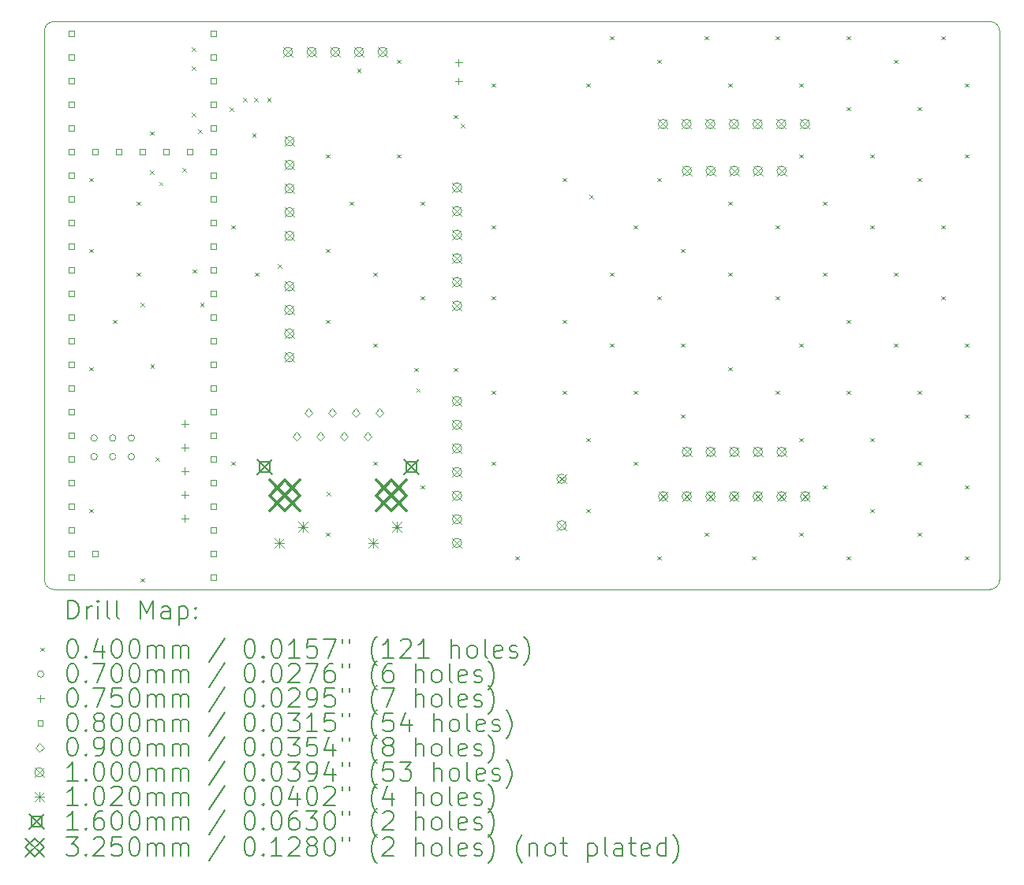
<source format=gbr>
%FSLAX45Y45*%
G04 Gerber Fmt 4.5, Leading zero omitted, Abs format (unit mm)*
G04 Created by KiCad (PCBNEW 6.0.6-1.fc36) date 2022-07-29 11:51:29*
%MOMM*%
%LPD*%
G01*
G04 APERTURE LIST*
%TA.AperFunction,Profile*%
%ADD10C,0.100000*%
%TD*%
%ADD11C,0.200000*%
%ADD12C,0.040000*%
%ADD13C,0.070000*%
%ADD14C,0.075000*%
%ADD15C,0.080000*%
%ADD16C,0.090000*%
%ADD17C,0.100000*%
%ADD18C,0.102000*%
%ADD19C,0.160000*%
%ADD20C,0.325000*%
G04 APERTURE END LIST*
D10*
X5100000Y-5000000D02*
G75*
G03*
X5000000Y-5100000I0J-100000D01*
G01*
X15150000Y-11100000D02*
G75*
G03*
X15250000Y-11000000I0J100000D01*
G01*
X5100000Y-11100000D02*
X15150000Y-11100000D01*
X15150000Y-5000000D02*
X5100000Y-5000000D01*
X5000000Y-11000000D02*
G75*
G03*
X5100000Y-11100000I100000J0D01*
G01*
X15250000Y-5100000D02*
G75*
G03*
X15150000Y-5000000I-100000J0D01*
G01*
X5000000Y-5100000D02*
X5000000Y-11000000D01*
X15250000Y-11000000D02*
X15250000Y-5100000D01*
D11*
D12*
X5483000Y-6678500D02*
X5523000Y-6718500D01*
X5523000Y-6678500D02*
X5483000Y-6718500D01*
X5483000Y-7440500D02*
X5523000Y-7480500D01*
X5523000Y-7440500D02*
X5483000Y-7480500D01*
X5483000Y-8710500D02*
X5523000Y-8750500D01*
X5523000Y-8710500D02*
X5483000Y-8750500D01*
X5483000Y-10234500D02*
X5523000Y-10274500D01*
X5523000Y-10234500D02*
X5483000Y-10274500D01*
X5737000Y-8202500D02*
X5777000Y-8242500D01*
X5777000Y-8202500D02*
X5737000Y-8242500D01*
X5991000Y-6932500D02*
X6031000Y-6972500D01*
X6031000Y-6932500D02*
X5991000Y-6972500D01*
X5991000Y-7694500D02*
X6031000Y-7734500D01*
X6031000Y-7694500D02*
X5991000Y-7734500D01*
X6030000Y-8020000D02*
X6070000Y-8060000D01*
X6070000Y-8020000D02*
X6030000Y-8060000D01*
X6030000Y-10980000D02*
X6070000Y-11020000D01*
X6070000Y-10980000D02*
X6030000Y-11020000D01*
X6130000Y-6180000D02*
X6170000Y-6220000D01*
X6170000Y-6180000D02*
X6130000Y-6220000D01*
X6130000Y-6600000D02*
X6170000Y-6640000D01*
X6170000Y-6600000D02*
X6130000Y-6640000D01*
X6137550Y-8680000D02*
X6177550Y-8720000D01*
X6177550Y-8680000D02*
X6137550Y-8720000D01*
X6190000Y-9680000D02*
X6230000Y-9720000D01*
X6230000Y-9680000D02*
X6190000Y-9720000D01*
X6230000Y-6720000D02*
X6270000Y-6760000D01*
X6270000Y-6720000D02*
X6230000Y-6760000D01*
X6481230Y-6572450D02*
X6521230Y-6612450D01*
X6521230Y-6572450D02*
X6481230Y-6612450D01*
X6580000Y-5280000D02*
X6620000Y-5320000D01*
X6620000Y-5280000D02*
X6580000Y-5320000D01*
X6580000Y-5480000D02*
X6620000Y-5520000D01*
X6620000Y-5480000D02*
X6580000Y-5520000D01*
X6580000Y-5980000D02*
X6620000Y-6020000D01*
X6620000Y-5980000D02*
X6580000Y-6020000D01*
X6590000Y-7660000D02*
X6630000Y-7700000D01*
X6630000Y-7660000D02*
X6590000Y-7700000D01*
X6650000Y-6160000D02*
X6690000Y-6200000D01*
X6690000Y-6160000D02*
X6650000Y-6200000D01*
X6670000Y-8020000D02*
X6710000Y-8060000D01*
X6710000Y-8020000D02*
X6670000Y-8060000D01*
X6990000Y-5920000D02*
X7030000Y-5960000D01*
X7030000Y-5920000D02*
X6990000Y-5960000D01*
X7007000Y-7186500D02*
X7047000Y-7226500D01*
X7047000Y-7186500D02*
X7007000Y-7226500D01*
X7007000Y-9726500D02*
X7047000Y-9766500D01*
X7047000Y-9726500D02*
X7007000Y-9766500D01*
X7130000Y-5820000D02*
X7170000Y-5860000D01*
X7170000Y-5820000D02*
X7130000Y-5860000D01*
X7230000Y-6200000D02*
X7270000Y-6240000D01*
X7270000Y-6200000D02*
X7230000Y-6240000D01*
X7250000Y-5820000D02*
X7290000Y-5860000D01*
X7290000Y-5820000D02*
X7250000Y-5860000D01*
X7261000Y-7694500D02*
X7301000Y-7734500D01*
X7301000Y-7694500D02*
X7261000Y-7734500D01*
X7390000Y-5820000D02*
X7430000Y-5860000D01*
X7430000Y-5820000D02*
X7390000Y-5860000D01*
X7505000Y-7605000D02*
X7545000Y-7645000D01*
X7545000Y-7605000D02*
X7505000Y-7645000D01*
X8023000Y-6424500D02*
X8063000Y-6464500D01*
X8063000Y-6424500D02*
X8023000Y-6464500D01*
X8023000Y-7440500D02*
X8063000Y-7480500D01*
X8063000Y-7440500D02*
X8023000Y-7480500D01*
X8023000Y-8202500D02*
X8063000Y-8242500D01*
X8063000Y-8202500D02*
X8023000Y-8242500D01*
X8023000Y-10488500D02*
X8063000Y-10528500D01*
X8063000Y-10488500D02*
X8023000Y-10528500D01*
X8030000Y-10055000D02*
X8070000Y-10095000D01*
X8070000Y-10055000D02*
X8030000Y-10095000D01*
X8277000Y-6932500D02*
X8317000Y-6972500D01*
X8317000Y-6932500D02*
X8277000Y-6972500D01*
X8355000Y-5505000D02*
X8395000Y-5545000D01*
X8395000Y-5505000D02*
X8355000Y-5545000D01*
X8531000Y-7694500D02*
X8571000Y-7734500D01*
X8571000Y-7694500D02*
X8531000Y-7734500D01*
X8531000Y-8456500D02*
X8571000Y-8496500D01*
X8571000Y-8456500D02*
X8531000Y-8496500D01*
X8531000Y-9726500D02*
X8571000Y-9766500D01*
X8571000Y-9726500D02*
X8531000Y-9766500D01*
X8785000Y-5408500D02*
X8825000Y-5448500D01*
X8825000Y-5408500D02*
X8785000Y-5448500D01*
X8785000Y-6424500D02*
X8825000Y-6464500D01*
X8825000Y-6424500D02*
X8785000Y-6464500D01*
X8970000Y-8720000D02*
X9010000Y-8760000D01*
X9010000Y-8720000D02*
X8970000Y-8760000D01*
X8990000Y-8940000D02*
X9030000Y-8980000D01*
X9030000Y-8940000D02*
X8990000Y-8980000D01*
X9039000Y-6932500D02*
X9079000Y-6972500D01*
X9079000Y-6932500D02*
X9039000Y-6972500D01*
X9039000Y-7948500D02*
X9079000Y-7988500D01*
X9079000Y-7948500D02*
X9039000Y-7988500D01*
X9039000Y-9980500D02*
X9079000Y-10020500D01*
X9079000Y-9980500D02*
X9039000Y-10020500D01*
X9390000Y-6000000D02*
X9430000Y-6040000D01*
X9430000Y-6000000D02*
X9390000Y-6040000D01*
X9390000Y-8720000D02*
X9430000Y-8760000D01*
X9430000Y-8720000D02*
X9390000Y-8760000D01*
X9470000Y-6100000D02*
X9510000Y-6140000D01*
X9510000Y-6100000D02*
X9470000Y-6140000D01*
X9801000Y-5662500D02*
X9841000Y-5702500D01*
X9841000Y-5662500D02*
X9801000Y-5702500D01*
X9801000Y-7186500D02*
X9841000Y-7226500D01*
X9841000Y-7186500D02*
X9801000Y-7226500D01*
X9801000Y-7948500D02*
X9841000Y-7988500D01*
X9841000Y-7948500D02*
X9801000Y-7988500D01*
X9801000Y-8964500D02*
X9841000Y-9004500D01*
X9841000Y-8964500D02*
X9801000Y-9004500D01*
X9801000Y-9726500D02*
X9841000Y-9766500D01*
X9841000Y-9726500D02*
X9801000Y-9766500D01*
X10055000Y-10742500D02*
X10095000Y-10782500D01*
X10095000Y-10742500D02*
X10055000Y-10782500D01*
X10563000Y-6678500D02*
X10603000Y-6718500D01*
X10603000Y-6678500D02*
X10563000Y-6718500D01*
X10563000Y-8202500D02*
X10603000Y-8242500D01*
X10603000Y-8202500D02*
X10563000Y-8242500D01*
X10563000Y-8964500D02*
X10603000Y-9004500D01*
X10603000Y-8964500D02*
X10563000Y-9004500D01*
X10817000Y-5662500D02*
X10857000Y-5702500D01*
X10857000Y-5662500D02*
X10817000Y-5702500D01*
X10817000Y-9472500D02*
X10857000Y-9512500D01*
X10857000Y-9472500D02*
X10817000Y-9512500D01*
X10817000Y-10234500D02*
X10857000Y-10274500D01*
X10857000Y-10234500D02*
X10817000Y-10274500D01*
X10848300Y-6860000D02*
X10888300Y-6900000D01*
X10888300Y-6860000D02*
X10848300Y-6900000D01*
X11071000Y-5154500D02*
X11111000Y-5194500D01*
X11111000Y-5154500D02*
X11071000Y-5194500D01*
X11071000Y-7694500D02*
X11111000Y-7734500D01*
X11111000Y-7694500D02*
X11071000Y-7734500D01*
X11071000Y-8456500D02*
X11111000Y-8496500D01*
X11111000Y-8456500D02*
X11071000Y-8496500D01*
X11325000Y-7186500D02*
X11365000Y-7226500D01*
X11365000Y-7186500D02*
X11325000Y-7226500D01*
X11325000Y-8964500D02*
X11365000Y-9004500D01*
X11365000Y-8964500D02*
X11325000Y-9004500D01*
X11325000Y-9726500D02*
X11365000Y-9766500D01*
X11365000Y-9726500D02*
X11325000Y-9766500D01*
X11579000Y-5408500D02*
X11619000Y-5448500D01*
X11619000Y-5408500D02*
X11579000Y-5448500D01*
X11579000Y-6678500D02*
X11619000Y-6718500D01*
X11619000Y-6678500D02*
X11579000Y-6718500D01*
X11579000Y-7948500D02*
X11619000Y-7988500D01*
X11619000Y-7948500D02*
X11579000Y-7988500D01*
X11579000Y-10742500D02*
X11619000Y-10782500D01*
X11619000Y-10742500D02*
X11579000Y-10782500D01*
X11833000Y-7440500D02*
X11873000Y-7480500D01*
X11873000Y-7440500D02*
X11833000Y-7480500D01*
X11833000Y-8456500D02*
X11873000Y-8496500D01*
X11873000Y-8456500D02*
X11833000Y-8496500D01*
X11833000Y-9218500D02*
X11873000Y-9258500D01*
X11873000Y-9218500D02*
X11833000Y-9258500D01*
X12087000Y-5154500D02*
X12127000Y-5194500D01*
X12127000Y-5154500D02*
X12087000Y-5194500D01*
X12087000Y-10488500D02*
X12127000Y-10528500D01*
X12127000Y-10488500D02*
X12087000Y-10528500D01*
X12341000Y-5662500D02*
X12381000Y-5702500D01*
X12381000Y-5662500D02*
X12341000Y-5702500D01*
X12341000Y-6932500D02*
X12381000Y-6972500D01*
X12381000Y-6932500D02*
X12341000Y-6972500D01*
X12341000Y-7694500D02*
X12381000Y-7734500D01*
X12381000Y-7694500D02*
X12341000Y-7734500D01*
X12341000Y-8710500D02*
X12381000Y-8750500D01*
X12381000Y-8710500D02*
X12341000Y-8750500D01*
X12595000Y-10742500D02*
X12635000Y-10782500D01*
X12635000Y-10742500D02*
X12595000Y-10782500D01*
X12849000Y-5154500D02*
X12889000Y-5194500D01*
X12889000Y-5154500D02*
X12849000Y-5194500D01*
X12849000Y-7186500D02*
X12889000Y-7226500D01*
X12889000Y-7186500D02*
X12849000Y-7226500D01*
X12849000Y-7948500D02*
X12889000Y-7988500D01*
X12889000Y-7948500D02*
X12849000Y-7988500D01*
X12849000Y-8964500D02*
X12889000Y-9004500D01*
X12889000Y-8964500D02*
X12849000Y-9004500D01*
X13103000Y-5662500D02*
X13143000Y-5702500D01*
X13143000Y-5662500D02*
X13103000Y-5702500D01*
X13103000Y-6424500D02*
X13143000Y-6464500D01*
X13143000Y-6424500D02*
X13103000Y-6464500D01*
X13103000Y-8456500D02*
X13143000Y-8496500D01*
X13143000Y-8456500D02*
X13103000Y-8496500D01*
X13103000Y-9472500D02*
X13143000Y-9512500D01*
X13143000Y-9472500D02*
X13103000Y-9512500D01*
X13103000Y-10488500D02*
X13143000Y-10528500D01*
X13143000Y-10488500D02*
X13103000Y-10528500D01*
X13357000Y-6932500D02*
X13397000Y-6972500D01*
X13397000Y-6932500D02*
X13357000Y-6972500D01*
X13357000Y-7694500D02*
X13397000Y-7734500D01*
X13397000Y-7694500D02*
X13357000Y-7734500D01*
X13357000Y-9980500D02*
X13397000Y-10020500D01*
X13397000Y-9980500D02*
X13357000Y-10020500D01*
X13611000Y-5154500D02*
X13651000Y-5194500D01*
X13651000Y-5154500D02*
X13611000Y-5194500D01*
X13611000Y-5916500D02*
X13651000Y-5956500D01*
X13651000Y-5916500D02*
X13611000Y-5956500D01*
X13611000Y-8202500D02*
X13651000Y-8242500D01*
X13651000Y-8202500D02*
X13611000Y-8242500D01*
X13611000Y-8964500D02*
X13651000Y-9004500D01*
X13651000Y-8964500D02*
X13611000Y-9004500D01*
X13611000Y-10742500D02*
X13651000Y-10782500D01*
X13651000Y-10742500D02*
X13611000Y-10782500D01*
X13865000Y-6424500D02*
X13905000Y-6464500D01*
X13905000Y-6424500D02*
X13865000Y-6464500D01*
X13865000Y-7186500D02*
X13905000Y-7226500D01*
X13905000Y-7186500D02*
X13865000Y-7226500D01*
X13865000Y-9472500D02*
X13905000Y-9512500D01*
X13905000Y-9472500D02*
X13865000Y-9512500D01*
X13865000Y-10234500D02*
X13905000Y-10274500D01*
X13905000Y-10234500D02*
X13865000Y-10274500D01*
X14119000Y-5408500D02*
X14159000Y-5448500D01*
X14159000Y-5408500D02*
X14119000Y-5448500D01*
X14119000Y-7694500D02*
X14159000Y-7734500D01*
X14159000Y-7694500D02*
X14119000Y-7734500D01*
X14119000Y-8456500D02*
X14159000Y-8496500D01*
X14159000Y-8456500D02*
X14119000Y-8496500D01*
X14373000Y-5916500D02*
X14413000Y-5956500D01*
X14413000Y-5916500D02*
X14373000Y-5956500D01*
X14373000Y-6678500D02*
X14413000Y-6718500D01*
X14413000Y-6678500D02*
X14373000Y-6718500D01*
X14373000Y-8964500D02*
X14413000Y-9004500D01*
X14413000Y-8964500D02*
X14373000Y-9004500D01*
X14373000Y-9726500D02*
X14413000Y-9766500D01*
X14413000Y-9726500D02*
X14373000Y-9766500D01*
X14373000Y-10488500D02*
X14413000Y-10528500D01*
X14413000Y-10488500D02*
X14373000Y-10528500D01*
X14627000Y-5154500D02*
X14667000Y-5194500D01*
X14667000Y-5154500D02*
X14627000Y-5194500D01*
X14627000Y-7186500D02*
X14667000Y-7226500D01*
X14667000Y-7186500D02*
X14627000Y-7226500D01*
X14627000Y-7948500D02*
X14667000Y-7988500D01*
X14667000Y-7948500D02*
X14627000Y-7988500D01*
X14881000Y-5662500D02*
X14921000Y-5702500D01*
X14921000Y-5662500D02*
X14881000Y-5702500D01*
X14881000Y-6424500D02*
X14921000Y-6464500D01*
X14921000Y-6424500D02*
X14881000Y-6464500D01*
X14881000Y-8456500D02*
X14921000Y-8496500D01*
X14921000Y-8456500D02*
X14881000Y-8496500D01*
X14881000Y-9218500D02*
X14921000Y-9258500D01*
X14921000Y-9218500D02*
X14881000Y-9258500D01*
X14881000Y-9980500D02*
X14921000Y-10020500D01*
X14921000Y-9980500D02*
X14881000Y-10020500D01*
X14881000Y-10742500D02*
X14921000Y-10782500D01*
X14921000Y-10742500D02*
X14881000Y-10782500D01*
D13*
X5568000Y-9474000D02*
G75*
G03*
X5568000Y-9474000I-35000J0D01*
G01*
X5568000Y-9674000D02*
G75*
G03*
X5568000Y-9674000I-35000J0D01*
G01*
X5768000Y-9474000D02*
G75*
G03*
X5768000Y-9474000I-35000J0D01*
G01*
X5768000Y-9674000D02*
G75*
G03*
X5768000Y-9674000I-35000J0D01*
G01*
X5968000Y-9474000D02*
G75*
G03*
X5968000Y-9474000I-35000J0D01*
G01*
X5968000Y-9674000D02*
G75*
G03*
X5968000Y-9674000I-35000J0D01*
G01*
D14*
X6507000Y-9282500D02*
X6507000Y-9357500D01*
X6469500Y-9320000D02*
X6544500Y-9320000D01*
X6507000Y-9536500D02*
X6507000Y-9611500D01*
X6469500Y-9574000D02*
X6544500Y-9574000D01*
X6507000Y-9790500D02*
X6507000Y-9865500D01*
X6469500Y-9828000D02*
X6544500Y-9828000D01*
X6507000Y-10044500D02*
X6507000Y-10119500D01*
X6469500Y-10082000D02*
X6544500Y-10082000D01*
X6507000Y-10298500D02*
X6507000Y-10373500D01*
X6469500Y-10336000D02*
X6544500Y-10336000D01*
X9445000Y-5402500D02*
X9445000Y-5477500D01*
X9407500Y-5440000D02*
X9482500Y-5440000D01*
X9445000Y-5602500D02*
X9445000Y-5677500D01*
X9407500Y-5640000D02*
X9482500Y-5640000D01*
D15*
X5316285Y-5157285D02*
X5316285Y-5100716D01*
X5259716Y-5100716D01*
X5259716Y-5157285D01*
X5316285Y-5157285D01*
X5316285Y-5411285D02*
X5316285Y-5354716D01*
X5259716Y-5354716D01*
X5259716Y-5411285D01*
X5316285Y-5411285D01*
X5316285Y-5665284D02*
X5316285Y-5608715D01*
X5259716Y-5608715D01*
X5259716Y-5665284D01*
X5316285Y-5665284D01*
X5316285Y-5919284D02*
X5316285Y-5862715D01*
X5259716Y-5862715D01*
X5259716Y-5919284D01*
X5316285Y-5919284D01*
X5316285Y-6173284D02*
X5316285Y-6116715D01*
X5259716Y-6116715D01*
X5259716Y-6173284D01*
X5316285Y-6173284D01*
X5316285Y-6427284D02*
X5316285Y-6370715D01*
X5259716Y-6370715D01*
X5259716Y-6427284D01*
X5316285Y-6427284D01*
X5316285Y-6681284D02*
X5316285Y-6624715D01*
X5259716Y-6624715D01*
X5259716Y-6681284D01*
X5316285Y-6681284D01*
X5316285Y-6935284D02*
X5316285Y-6878715D01*
X5259716Y-6878715D01*
X5259716Y-6935284D01*
X5316285Y-6935284D01*
X5316285Y-7189284D02*
X5316285Y-7132715D01*
X5259716Y-7132715D01*
X5259716Y-7189284D01*
X5316285Y-7189284D01*
X5316285Y-7443284D02*
X5316285Y-7386715D01*
X5259716Y-7386715D01*
X5259716Y-7443284D01*
X5316285Y-7443284D01*
X5316285Y-7697284D02*
X5316285Y-7640715D01*
X5259716Y-7640715D01*
X5259716Y-7697284D01*
X5316285Y-7697284D01*
X5316285Y-7951284D02*
X5316285Y-7894715D01*
X5259716Y-7894715D01*
X5259716Y-7951284D01*
X5316285Y-7951284D01*
X5316285Y-8205284D02*
X5316285Y-8148715D01*
X5259716Y-8148715D01*
X5259716Y-8205284D01*
X5316285Y-8205284D01*
X5316285Y-8459285D02*
X5316285Y-8402716D01*
X5259716Y-8402716D01*
X5259716Y-8459285D01*
X5316285Y-8459285D01*
X5316285Y-8713285D02*
X5316285Y-8656716D01*
X5259716Y-8656716D01*
X5259716Y-8713285D01*
X5316285Y-8713285D01*
X5316285Y-8967285D02*
X5316285Y-8910716D01*
X5259716Y-8910716D01*
X5259716Y-8967285D01*
X5316285Y-8967285D01*
X5316285Y-9221285D02*
X5316285Y-9164716D01*
X5259716Y-9164716D01*
X5259716Y-9221285D01*
X5316285Y-9221285D01*
X5316285Y-9475285D02*
X5316285Y-9418716D01*
X5259716Y-9418716D01*
X5259716Y-9475285D01*
X5316285Y-9475285D01*
X5316285Y-9729285D02*
X5316285Y-9672716D01*
X5259716Y-9672716D01*
X5259716Y-9729285D01*
X5316285Y-9729285D01*
X5316285Y-9983285D02*
X5316285Y-9926716D01*
X5259716Y-9926716D01*
X5259716Y-9983285D01*
X5316285Y-9983285D01*
X5316285Y-10237285D02*
X5316285Y-10180716D01*
X5259716Y-10180716D01*
X5259716Y-10237285D01*
X5316285Y-10237285D01*
X5316285Y-10491285D02*
X5316285Y-10434716D01*
X5259716Y-10434716D01*
X5259716Y-10491285D01*
X5316285Y-10491285D01*
X5316285Y-10745285D02*
X5316285Y-10688716D01*
X5259716Y-10688716D01*
X5259716Y-10745285D01*
X5316285Y-10745285D01*
X5316285Y-10999285D02*
X5316285Y-10942716D01*
X5259716Y-10942716D01*
X5259716Y-10999285D01*
X5316285Y-10999285D01*
X5570285Y-6427284D02*
X5570285Y-6370715D01*
X5513716Y-6370715D01*
X5513716Y-6427284D01*
X5570285Y-6427284D01*
X5570285Y-10745285D02*
X5570285Y-10688716D01*
X5513716Y-10688716D01*
X5513716Y-10745285D01*
X5570285Y-10745285D01*
X5824284Y-6427284D02*
X5824284Y-6370715D01*
X5767715Y-6370715D01*
X5767715Y-6427284D01*
X5824284Y-6427284D01*
X6078284Y-6427284D02*
X6078284Y-6370715D01*
X6021715Y-6370715D01*
X6021715Y-6427284D01*
X6078284Y-6427284D01*
X6332284Y-6427284D02*
X6332284Y-6370715D01*
X6275715Y-6370715D01*
X6275715Y-6427284D01*
X6332284Y-6427284D01*
X6586284Y-6427284D02*
X6586284Y-6370715D01*
X6529715Y-6370715D01*
X6529715Y-6427284D01*
X6586284Y-6427284D01*
X6840284Y-5157285D02*
X6840284Y-5100716D01*
X6783715Y-5100716D01*
X6783715Y-5157285D01*
X6840284Y-5157285D01*
X6840284Y-5411285D02*
X6840284Y-5354716D01*
X6783715Y-5354716D01*
X6783715Y-5411285D01*
X6840284Y-5411285D01*
X6840284Y-5665284D02*
X6840284Y-5608715D01*
X6783715Y-5608715D01*
X6783715Y-5665284D01*
X6840284Y-5665284D01*
X6840284Y-5919284D02*
X6840284Y-5862715D01*
X6783715Y-5862715D01*
X6783715Y-5919284D01*
X6840284Y-5919284D01*
X6840284Y-6173284D02*
X6840284Y-6116715D01*
X6783715Y-6116715D01*
X6783715Y-6173284D01*
X6840284Y-6173284D01*
X6840284Y-6427284D02*
X6840284Y-6370715D01*
X6783715Y-6370715D01*
X6783715Y-6427284D01*
X6840284Y-6427284D01*
X6840284Y-6681284D02*
X6840284Y-6624715D01*
X6783715Y-6624715D01*
X6783715Y-6681284D01*
X6840284Y-6681284D01*
X6840284Y-6935284D02*
X6840284Y-6878715D01*
X6783715Y-6878715D01*
X6783715Y-6935284D01*
X6840284Y-6935284D01*
X6840284Y-7189284D02*
X6840284Y-7132715D01*
X6783715Y-7132715D01*
X6783715Y-7189284D01*
X6840284Y-7189284D01*
X6840284Y-7443284D02*
X6840284Y-7386715D01*
X6783715Y-7386715D01*
X6783715Y-7443284D01*
X6840284Y-7443284D01*
X6840284Y-7697284D02*
X6840284Y-7640715D01*
X6783715Y-7640715D01*
X6783715Y-7697284D01*
X6840284Y-7697284D01*
X6840284Y-7951284D02*
X6840284Y-7894715D01*
X6783715Y-7894715D01*
X6783715Y-7951284D01*
X6840284Y-7951284D01*
X6840284Y-8205284D02*
X6840284Y-8148715D01*
X6783715Y-8148715D01*
X6783715Y-8205284D01*
X6840284Y-8205284D01*
X6840284Y-8459285D02*
X6840284Y-8402716D01*
X6783715Y-8402716D01*
X6783715Y-8459285D01*
X6840284Y-8459285D01*
X6840284Y-8713285D02*
X6840284Y-8656716D01*
X6783715Y-8656716D01*
X6783715Y-8713285D01*
X6840284Y-8713285D01*
X6840284Y-8967285D02*
X6840284Y-8910716D01*
X6783715Y-8910716D01*
X6783715Y-8967285D01*
X6840284Y-8967285D01*
X6840284Y-9221285D02*
X6840284Y-9164716D01*
X6783715Y-9164716D01*
X6783715Y-9221285D01*
X6840284Y-9221285D01*
X6840284Y-9475285D02*
X6840284Y-9418716D01*
X6783715Y-9418716D01*
X6783715Y-9475285D01*
X6840284Y-9475285D01*
X6840284Y-9729285D02*
X6840284Y-9672716D01*
X6783715Y-9672716D01*
X6783715Y-9729285D01*
X6840284Y-9729285D01*
X6840284Y-9983285D02*
X6840284Y-9926716D01*
X6783715Y-9926716D01*
X6783715Y-9983285D01*
X6840284Y-9983285D01*
X6840284Y-10237285D02*
X6840284Y-10180716D01*
X6783715Y-10180716D01*
X6783715Y-10237285D01*
X6840284Y-10237285D01*
X6840284Y-10491285D02*
X6840284Y-10434716D01*
X6783715Y-10434716D01*
X6783715Y-10491285D01*
X6840284Y-10491285D01*
X6840284Y-10745285D02*
X6840284Y-10688716D01*
X6783715Y-10688716D01*
X6783715Y-10745285D01*
X6840284Y-10745285D01*
X6840284Y-10999285D02*
X6840284Y-10942716D01*
X6783715Y-10942716D01*
X6783715Y-10999285D01*
X6840284Y-10999285D01*
D16*
X7705500Y-9500000D02*
X7750500Y-9455000D01*
X7705500Y-9410000D01*
X7660500Y-9455000D01*
X7705500Y-9500000D01*
X7832500Y-9246000D02*
X7877500Y-9201000D01*
X7832500Y-9156000D01*
X7787500Y-9201000D01*
X7832500Y-9246000D01*
X7959500Y-9500000D02*
X8004500Y-9455000D01*
X7959500Y-9410000D01*
X7914500Y-9455000D01*
X7959500Y-9500000D01*
X8086500Y-9246000D02*
X8131500Y-9201000D01*
X8086500Y-9156000D01*
X8041500Y-9201000D01*
X8086500Y-9246000D01*
X8213500Y-9500000D02*
X8258500Y-9455000D01*
X8213500Y-9410000D01*
X8168500Y-9455000D01*
X8213500Y-9500000D01*
X8340500Y-9246000D02*
X8385500Y-9201000D01*
X8340500Y-9156000D01*
X8295500Y-9201000D01*
X8340500Y-9246000D01*
X8467500Y-9500000D02*
X8512500Y-9455000D01*
X8467500Y-9410000D01*
X8422500Y-9455000D01*
X8467500Y-9500000D01*
X8594500Y-9246000D02*
X8639500Y-9201000D01*
X8594500Y-9156000D01*
X8549500Y-9201000D01*
X8594500Y-9246000D01*
D17*
X7563000Y-5275000D02*
X7663000Y-5375000D01*
X7663000Y-5275000D02*
X7563000Y-5375000D01*
X7663000Y-5325000D02*
G75*
G03*
X7663000Y-5325000I-50000J0D01*
G01*
X7577500Y-7793000D02*
X7677500Y-7893000D01*
X7677500Y-7793000D02*
X7577500Y-7893000D01*
X7677500Y-7843000D02*
G75*
G03*
X7677500Y-7843000I-50000J0D01*
G01*
X7577500Y-8047000D02*
X7677500Y-8147000D01*
X7677500Y-8047000D02*
X7577500Y-8147000D01*
X7677500Y-8097000D02*
G75*
G03*
X7677500Y-8097000I-50000J0D01*
G01*
X7577500Y-8301000D02*
X7677500Y-8401000D01*
X7677500Y-8301000D02*
X7577500Y-8401000D01*
X7677500Y-8351000D02*
G75*
G03*
X7677500Y-8351000I-50000J0D01*
G01*
X7577500Y-8555000D02*
X7677500Y-8655000D01*
X7677500Y-8555000D02*
X7577500Y-8655000D01*
X7677500Y-8605000D02*
G75*
G03*
X7677500Y-8605000I-50000J0D01*
G01*
X7580000Y-6234000D02*
X7680000Y-6334000D01*
X7680000Y-6234000D02*
X7580000Y-6334000D01*
X7680000Y-6284000D02*
G75*
G03*
X7680000Y-6284000I-50000J0D01*
G01*
X7580000Y-6488000D02*
X7680000Y-6588000D01*
X7680000Y-6488000D02*
X7580000Y-6588000D01*
X7680000Y-6538000D02*
G75*
G03*
X7680000Y-6538000I-50000J0D01*
G01*
X7580000Y-6742000D02*
X7680000Y-6842000D01*
X7680000Y-6742000D02*
X7580000Y-6842000D01*
X7680000Y-6792000D02*
G75*
G03*
X7680000Y-6792000I-50000J0D01*
G01*
X7580000Y-6996000D02*
X7680000Y-7096000D01*
X7680000Y-6996000D02*
X7580000Y-7096000D01*
X7680000Y-7046000D02*
G75*
G03*
X7680000Y-7046000I-50000J0D01*
G01*
X7580000Y-7250000D02*
X7680000Y-7350000D01*
X7680000Y-7250000D02*
X7580000Y-7350000D01*
X7680000Y-7300000D02*
G75*
G03*
X7680000Y-7300000I-50000J0D01*
G01*
X7817000Y-5275000D02*
X7917000Y-5375000D01*
X7917000Y-5275000D02*
X7817000Y-5375000D01*
X7917000Y-5325000D02*
G75*
G03*
X7917000Y-5325000I-50000J0D01*
G01*
X8071000Y-5275000D02*
X8171000Y-5375000D01*
X8171000Y-5275000D02*
X8071000Y-5375000D01*
X8171000Y-5325000D02*
G75*
G03*
X8171000Y-5325000I-50000J0D01*
G01*
X8325000Y-5275000D02*
X8425000Y-5375000D01*
X8425000Y-5275000D02*
X8325000Y-5375000D01*
X8425000Y-5325000D02*
G75*
G03*
X8425000Y-5325000I-50000J0D01*
G01*
X8579000Y-5275000D02*
X8679000Y-5375000D01*
X8679000Y-5275000D02*
X8579000Y-5375000D01*
X8679000Y-5325000D02*
G75*
G03*
X8679000Y-5325000I-50000J0D01*
G01*
X9377500Y-9026000D02*
X9477500Y-9126000D01*
X9477500Y-9026000D02*
X9377500Y-9126000D01*
X9477500Y-9076000D02*
G75*
G03*
X9477500Y-9076000I-50000J0D01*
G01*
X9377500Y-9280000D02*
X9477500Y-9380000D01*
X9477500Y-9280000D02*
X9377500Y-9380000D01*
X9477500Y-9330000D02*
G75*
G03*
X9477500Y-9330000I-50000J0D01*
G01*
X9377500Y-9534000D02*
X9477500Y-9634000D01*
X9477500Y-9534000D02*
X9377500Y-9634000D01*
X9477500Y-9584000D02*
G75*
G03*
X9477500Y-9584000I-50000J0D01*
G01*
X9377500Y-9788000D02*
X9477500Y-9888000D01*
X9477500Y-9788000D02*
X9377500Y-9888000D01*
X9477500Y-9838000D02*
G75*
G03*
X9477500Y-9838000I-50000J0D01*
G01*
X9377500Y-10042000D02*
X9477500Y-10142000D01*
X9477500Y-10042000D02*
X9377500Y-10142000D01*
X9477500Y-10092000D02*
G75*
G03*
X9477500Y-10092000I-50000J0D01*
G01*
X9377500Y-10296000D02*
X9477500Y-10396000D01*
X9477500Y-10296000D02*
X9377500Y-10396000D01*
X9477500Y-10346000D02*
G75*
G03*
X9477500Y-10346000I-50000J0D01*
G01*
X9377500Y-10550000D02*
X9477500Y-10650000D01*
X9477500Y-10550000D02*
X9377500Y-10650000D01*
X9477500Y-10600000D02*
G75*
G03*
X9477500Y-10600000I-50000J0D01*
G01*
X9378579Y-6731289D02*
X9478579Y-6831289D01*
X9478579Y-6731289D02*
X9378579Y-6831289D01*
X9478579Y-6781289D02*
G75*
G03*
X9478579Y-6781289I-50000J0D01*
G01*
X9378579Y-6985289D02*
X9478579Y-7085289D01*
X9478579Y-6985289D02*
X9378579Y-7085289D01*
X9478579Y-7035289D02*
G75*
G03*
X9478579Y-7035289I-50000J0D01*
G01*
X9378579Y-7239289D02*
X9478579Y-7339289D01*
X9478579Y-7239289D02*
X9378579Y-7339289D01*
X9478579Y-7289289D02*
G75*
G03*
X9478579Y-7289289I-50000J0D01*
G01*
X9378579Y-7493289D02*
X9478579Y-7593289D01*
X9478579Y-7493289D02*
X9378579Y-7593289D01*
X9478579Y-7543289D02*
G75*
G03*
X9478579Y-7543289I-50000J0D01*
G01*
X9378579Y-7747289D02*
X9478579Y-7847289D01*
X9478579Y-7747289D02*
X9378579Y-7847289D01*
X9478579Y-7797289D02*
G75*
G03*
X9478579Y-7797289I-50000J0D01*
G01*
X9378579Y-8001289D02*
X9478579Y-8101289D01*
X9478579Y-8001289D02*
X9378579Y-8101289D01*
X9478579Y-8051289D02*
G75*
G03*
X9478579Y-8051289I-50000J0D01*
G01*
X10500000Y-9862079D02*
X10600000Y-9962079D01*
X10600000Y-9862079D02*
X10500000Y-9962079D01*
X10600000Y-9912079D02*
G75*
G03*
X10600000Y-9912079I-50000J0D01*
G01*
X10500000Y-10362079D02*
X10600000Y-10462079D01*
X10600000Y-10362079D02*
X10500000Y-10462079D01*
X10600000Y-10412079D02*
G75*
G03*
X10600000Y-10412079I-50000J0D01*
G01*
X11588000Y-6050000D02*
X11688000Y-6150000D01*
X11688000Y-6050000D02*
X11588000Y-6150000D01*
X11688000Y-6100000D02*
G75*
G03*
X11688000Y-6100000I-50000J0D01*
G01*
X11590000Y-10050000D02*
X11690000Y-10150000D01*
X11690000Y-10050000D02*
X11590000Y-10150000D01*
X11690000Y-10100000D02*
G75*
G03*
X11690000Y-10100000I-50000J0D01*
G01*
X11842000Y-6050000D02*
X11942000Y-6150000D01*
X11942000Y-6050000D02*
X11842000Y-6150000D01*
X11942000Y-6100000D02*
G75*
G03*
X11942000Y-6100000I-50000J0D01*
G01*
X11844000Y-10050000D02*
X11944000Y-10150000D01*
X11944000Y-10050000D02*
X11844000Y-10150000D01*
X11944000Y-10100000D02*
G75*
G03*
X11944000Y-10100000I-50000J0D01*
G01*
X11845000Y-6552500D02*
X11945000Y-6652500D01*
X11945000Y-6552500D02*
X11845000Y-6652500D01*
X11945000Y-6602500D02*
G75*
G03*
X11945000Y-6602500I-50000J0D01*
G01*
X11845000Y-9572500D02*
X11945000Y-9672500D01*
X11945000Y-9572500D02*
X11845000Y-9672500D01*
X11945000Y-9622500D02*
G75*
G03*
X11945000Y-9622500I-50000J0D01*
G01*
X12096000Y-6050000D02*
X12196000Y-6150000D01*
X12196000Y-6050000D02*
X12096000Y-6150000D01*
X12196000Y-6100000D02*
G75*
G03*
X12196000Y-6100000I-50000J0D01*
G01*
X12098000Y-10050000D02*
X12198000Y-10150000D01*
X12198000Y-10050000D02*
X12098000Y-10150000D01*
X12198000Y-10100000D02*
G75*
G03*
X12198000Y-10100000I-50000J0D01*
G01*
X12099000Y-6552500D02*
X12199000Y-6652500D01*
X12199000Y-6552500D02*
X12099000Y-6652500D01*
X12199000Y-6602500D02*
G75*
G03*
X12199000Y-6602500I-50000J0D01*
G01*
X12099000Y-9572500D02*
X12199000Y-9672500D01*
X12199000Y-9572500D02*
X12099000Y-9672500D01*
X12199000Y-9622500D02*
G75*
G03*
X12199000Y-9622500I-50000J0D01*
G01*
X12350000Y-6050000D02*
X12450000Y-6150000D01*
X12450000Y-6050000D02*
X12350000Y-6150000D01*
X12450000Y-6100000D02*
G75*
G03*
X12450000Y-6100000I-50000J0D01*
G01*
X12352000Y-10050000D02*
X12452000Y-10150000D01*
X12452000Y-10050000D02*
X12352000Y-10150000D01*
X12452000Y-10100000D02*
G75*
G03*
X12452000Y-10100000I-50000J0D01*
G01*
X12353000Y-6552500D02*
X12453000Y-6652500D01*
X12453000Y-6552500D02*
X12353000Y-6652500D01*
X12453000Y-6602500D02*
G75*
G03*
X12453000Y-6602500I-50000J0D01*
G01*
X12353000Y-9572500D02*
X12453000Y-9672500D01*
X12453000Y-9572500D02*
X12353000Y-9672500D01*
X12453000Y-9622500D02*
G75*
G03*
X12453000Y-9622500I-50000J0D01*
G01*
X12604000Y-6050000D02*
X12704000Y-6150000D01*
X12704000Y-6050000D02*
X12604000Y-6150000D01*
X12704000Y-6100000D02*
G75*
G03*
X12704000Y-6100000I-50000J0D01*
G01*
X12606000Y-10050000D02*
X12706000Y-10150000D01*
X12706000Y-10050000D02*
X12606000Y-10150000D01*
X12706000Y-10100000D02*
G75*
G03*
X12706000Y-10100000I-50000J0D01*
G01*
X12607000Y-6552500D02*
X12707000Y-6652500D01*
X12707000Y-6552500D02*
X12607000Y-6652500D01*
X12707000Y-6602500D02*
G75*
G03*
X12707000Y-6602500I-50000J0D01*
G01*
X12607000Y-9572500D02*
X12707000Y-9672500D01*
X12707000Y-9572500D02*
X12607000Y-9672500D01*
X12707000Y-9622500D02*
G75*
G03*
X12707000Y-9622500I-50000J0D01*
G01*
X12858000Y-6050000D02*
X12958000Y-6150000D01*
X12958000Y-6050000D02*
X12858000Y-6150000D01*
X12958000Y-6100000D02*
G75*
G03*
X12958000Y-6100000I-50000J0D01*
G01*
X12860000Y-10050000D02*
X12960000Y-10150000D01*
X12960000Y-10050000D02*
X12860000Y-10150000D01*
X12960000Y-10100000D02*
G75*
G03*
X12960000Y-10100000I-50000J0D01*
G01*
X12861000Y-6552500D02*
X12961000Y-6652500D01*
X12961000Y-6552500D02*
X12861000Y-6652500D01*
X12961000Y-6602500D02*
G75*
G03*
X12961000Y-6602500I-50000J0D01*
G01*
X12861000Y-9572500D02*
X12961000Y-9672500D01*
X12961000Y-9572500D02*
X12861000Y-9672500D01*
X12961000Y-9622500D02*
G75*
G03*
X12961000Y-9622500I-50000J0D01*
G01*
X13112000Y-6050000D02*
X13212000Y-6150000D01*
X13212000Y-6050000D02*
X13112000Y-6150000D01*
X13212000Y-6100000D02*
G75*
G03*
X13212000Y-6100000I-50000J0D01*
G01*
X13114000Y-10050000D02*
X13214000Y-10150000D01*
X13214000Y-10050000D02*
X13114000Y-10150000D01*
X13214000Y-10100000D02*
G75*
G03*
X13214000Y-10100000I-50000J0D01*
G01*
D18*
X7466500Y-10547000D02*
X7568500Y-10649000D01*
X7568500Y-10547000D02*
X7466500Y-10649000D01*
X7517500Y-10547000D02*
X7517500Y-10649000D01*
X7466500Y-10598000D02*
X7568500Y-10598000D01*
X7720500Y-10377000D02*
X7822500Y-10479000D01*
X7822500Y-10377000D02*
X7720500Y-10479000D01*
X7771500Y-10377000D02*
X7771500Y-10479000D01*
X7720500Y-10428000D02*
X7822500Y-10428000D01*
X8477500Y-10547000D02*
X8579500Y-10649000D01*
X8579500Y-10547000D02*
X8477500Y-10649000D01*
X8528500Y-10547000D02*
X8528500Y-10649000D01*
X8477500Y-10598000D02*
X8579500Y-10598000D01*
X8731500Y-10377000D02*
X8833500Y-10479000D01*
X8833500Y-10377000D02*
X8731500Y-10479000D01*
X8782500Y-10377000D02*
X8782500Y-10479000D01*
X8731500Y-10428000D02*
X8833500Y-10428000D01*
D19*
X7282500Y-9705000D02*
X7442500Y-9865000D01*
X7442500Y-9705000D02*
X7282500Y-9865000D01*
X7419069Y-9841569D02*
X7419069Y-9728431D01*
X7305931Y-9728431D01*
X7305931Y-9841569D01*
X7419069Y-9841569D01*
X8857500Y-9705000D02*
X9017500Y-9865000D01*
X9017500Y-9705000D02*
X8857500Y-9865000D01*
X8994069Y-9841569D02*
X8994069Y-9728431D01*
X8880931Y-9728431D01*
X8880931Y-9841569D01*
X8994069Y-9841569D01*
D20*
X7416000Y-9927500D02*
X7741000Y-10252500D01*
X7741000Y-9927500D02*
X7416000Y-10252500D01*
X7578500Y-10252500D02*
X7741000Y-10090000D01*
X7578500Y-9927500D01*
X7416000Y-10090000D01*
X7578500Y-10252500D01*
X8559000Y-9927500D02*
X8884000Y-10252500D01*
X8884000Y-9927500D02*
X8559000Y-10252500D01*
X8721500Y-10252500D02*
X8884000Y-10090000D01*
X8721500Y-9927500D01*
X8559000Y-10090000D01*
X8721500Y-10252500D01*
D11*
X5252619Y-11415476D02*
X5252619Y-11215476D01*
X5300238Y-11215476D01*
X5328810Y-11225000D01*
X5347857Y-11244048D01*
X5357381Y-11263095D01*
X5366905Y-11301190D01*
X5366905Y-11329762D01*
X5357381Y-11367857D01*
X5347857Y-11386905D01*
X5328810Y-11405952D01*
X5300238Y-11415476D01*
X5252619Y-11415476D01*
X5452619Y-11415476D02*
X5452619Y-11282143D01*
X5452619Y-11320238D02*
X5462143Y-11301190D01*
X5471667Y-11291667D01*
X5490714Y-11282143D01*
X5509762Y-11282143D01*
X5576429Y-11415476D02*
X5576429Y-11282143D01*
X5576429Y-11215476D02*
X5566905Y-11225000D01*
X5576429Y-11234524D01*
X5585952Y-11225000D01*
X5576429Y-11215476D01*
X5576429Y-11234524D01*
X5700238Y-11415476D02*
X5681190Y-11405952D01*
X5671667Y-11386905D01*
X5671667Y-11215476D01*
X5805000Y-11415476D02*
X5785952Y-11405952D01*
X5776428Y-11386905D01*
X5776428Y-11215476D01*
X6033571Y-11415476D02*
X6033571Y-11215476D01*
X6100238Y-11358333D01*
X6166905Y-11215476D01*
X6166905Y-11415476D01*
X6347857Y-11415476D02*
X6347857Y-11310714D01*
X6338333Y-11291667D01*
X6319286Y-11282143D01*
X6281190Y-11282143D01*
X6262143Y-11291667D01*
X6347857Y-11405952D02*
X6328809Y-11415476D01*
X6281190Y-11415476D01*
X6262143Y-11405952D01*
X6252619Y-11386905D01*
X6252619Y-11367857D01*
X6262143Y-11348809D01*
X6281190Y-11339286D01*
X6328809Y-11339286D01*
X6347857Y-11329762D01*
X6443095Y-11282143D02*
X6443095Y-11482143D01*
X6443095Y-11291667D02*
X6462143Y-11282143D01*
X6500238Y-11282143D01*
X6519286Y-11291667D01*
X6528809Y-11301190D01*
X6538333Y-11320238D01*
X6538333Y-11377381D01*
X6528809Y-11396428D01*
X6519286Y-11405952D01*
X6500238Y-11415476D01*
X6462143Y-11415476D01*
X6443095Y-11405952D01*
X6624048Y-11396428D02*
X6633571Y-11405952D01*
X6624048Y-11415476D01*
X6614524Y-11405952D01*
X6624048Y-11396428D01*
X6624048Y-11415476D01*
X6624048Y-11291667D02*
X6633571Y-11301190D01*
X6624048Y-11310714D01*
X6614524Y-11301190D01*
X6624048Y-11291667D01*
X6624048Y-11310714D01*
D12*
X4955000Y-11725000D02*
X4995000Y-11765000D01*
X4995000Y-11725000D02*
X4955000Y-11765000D01*
D11*
X5290714Y-11635476D02*
X5309762Y-11635476D01*
X5328810Y-11645000D01*
X5338333Y-11654524D01*
X5347857Y-11673571D01*
X5357381Y-11711667D01*
X5357381Y-11759286D01*
X5347857Y-11797381D01*
X5338333Y-11816428D01*
X5328810Y-11825952D01*
X5309762Y-11835476D01*
X5290714Y-11835476D01*
X5271667Y-11825952D01*
X5262143Y-11816428D01*
X5252619Y-11797381D01*
X5243095Y-11759286D01*
X5243095Y-11711667D01*
X5252619Y-11673571D01*
X5262143Y-11654524D01*
X5271667Y-11645000D01*
X5290714Y-11635476D01*
X5443095Y-11816428D02*
X5452619Y-11825952D01*
X5443095Y-11835476D01*
X5433571Y-11825952D01*
X5443095Y-11816428D01*
X5443095Y-11835476D01*
X5624048Y-11702143D02*
X5624048Y-11835476D01*
X5576429Y-11625952D02*
X5528810Y-11768809D01*
X5652619Y-11768809D01*
X5766905Y-11635476D02*
X5785952Y-11635476D01*
X5805000Y-11645000D01*
X5814524Y-11654524D01*
X5824048Y-11673571D01*
X5833571Y-11711667D01*
X5833571Y-11759286D01*
X5824048Y-11797381D01*
X5814524Y-11816428D01*
X5805000Y-11825952D01*
X5785952Y-11835476D01*
X5766905Y-11835476D01*
X5747857Y-11825952D01*
X5738333Y-11816428D01*
X5728809Y-11797381D01*
X5719286Y-11759286D01*
X5719286Y-11711667D01*
X5728809Y-11673571D01*
X5738333Y-11654524D01*
X5747857Y-11645000D01*
X5766905Y-11635476D01*
X5957381Y-11635476D02*
X5976428Y-11635476D01*
X5995476Y-11645000D01*
X6005000Y-11654524D01*
X6014524Y-11673571D01*
X6024048Y-11711667D01*
X6024048Y-11759286D01*
X6014524Y-11797381D01*
X6005000Y-11816428D01*
X5995476Y-11825952D01*
X5976428Y-11835476D01*
X5957381Y-11835476D01*
X5938333Y-11825952D01*
X5928809Y-11816428D01*
X5919286Y-11797381D01*
X5909762Y-11759286D01*
X5909762Y-11711667D01*
X5919286Y-11673571D01*
X5928809Y-11654524D01*
X5938333Y-11645000D01*
X5957381Y-11635476D01*
X6109762Y-11835476D02*
X6109762Y-11702143D01*
X6109762Y-11721190D02*
X6119286Y-11711667D01*
X6138333Y-11702143D01*
X6166905Y-11702143D01*
X6185952Y-11711667D01*
X6195476Y-11730714D01*
X6195476Y-11835476D01*
X6195476Y-11730714D02*
X6205000Y-11711667D01*
X6224048Y-11702143D01*
X6252619Y-11702143D01*
X6271667Y-11711667D01*
X6281190Y-11730714D01*
X6281190Y-11835476D01*
X6376428Y-11835476D02*
X6376428Y-11702143D01*
X6376428Y-11721190D02*
X6385952Y-11711667D01*
X6405000Y-11702143D01*
X6433571Y-11702143D01*
X6452619Y-11711667D01*
X6462143Y-11730714D01*
X6462143Y-11835476D01*
X6462143Y-11730714D02*
X6471667Y-11711667D01*
X6490714Y-11702143D01*
X6519286Y-11702143D01*
X6538333Y-11711667D01*
X6547857Y-11730714D01*
X6547857Y-11835476D01*
X6938333Y-11625952D02*
X6766905Y-11883095D01*
X7195476Y-11635476D02*
X7214524Y-11635476D01*
X7233571Y-11645000D01*
X7243095Y-11654524D01*
X7252619Y-11673571D01*
X7262143Y-11711667D01*
X7262143Y-11759286D01*
X7252619Y-11797381D01*
X7243095Y-11816428D01*
X7233571Y-11825952D01*
X7214524Y-11835476D01*
X7195476Y-11835476D01*
X7176428Y-11825952D01*
X7166905Y-11816428D01*
X7157381Y-11797381D01*
X7147857Y-11759286D01*
X7147857Y-11711667D01*
X7157381Y-11673571D01*
X7166905Y-11654524D01*
X7176428Y-11645000D01*
X7195476Y-11635476D01*
X7347857Y-11816428D02*
X7357381Y-11825952D01*
X7347857Y-11835476D01*
X7338333Y-11825952D01*
X7347857Y-11816428D01*
X7347857Y-11835476D01*
X7481190Y-11635476D02*
X7500238Y-11635476D01*
X7519286Y-11645000D01*
X7528809Y-11654524D01*
X7538333Y-11673571D01*
X7547857Y-11711667D01*
X7547857Y-11759286D01*
X7538333Y-11797381D01*
X7528809Y-11816428D01*
X7519286Y-11825952D01*
X7500238Y-11835476D01*
X7481190Y-11835476D01*
X7462143Y-11825952D01*
X7452619Y-11816428D01*
X7443095Y-11797381D01*
X7433571Y-11759286D01*
X7433571Y-11711667D01*
X7443095Y-11673571D01*
X7452619Y-11654524D01*
X7462143Y-11645000D01*
X7481190Y-11635476D01*
X7738333Y-11835476D02*
X7624048Y-11835476D01*
X7681190Y-11835476D02*
X7681190Y-11635476D01*
X7662143Y-11664048D01*
X7643095Y-11683095D01*
X7624048Y-11692619D01*
X7919286Y-11635476D02*
X7824048Y-11635476D01*
X7814524Y-11730714D01*
X7824048Y-11721190D01*
X7843095Y-11711667D01*
X7890714Y-11711667D01*
X7909762Y-11721190D01*
X7919286Y-11730714D01*
X7928809Y-11749762D01*
X7928809Y-11797381D01*
X7919286Y-11816428D01*
X7909762Y-11825952D01*
X7890714Y-11835476D01*
X7843095Y-11835476D01*
X7824048Y-11825952D01*
X7814524Y-11816428D01*
X7995476Y-11635476D02*
X8128809Y-11635476D01*
X8043095Y-11835476D01*
X8195476Y-11635476D02*
X8195476Y-11673571D01*
X8271667Y-11635476D02*
X8271667Y-11673571D01*
X8566905Y-11911667D02*
X8557381Y-11902143D01*
X8538333Y-11873571D01*
X8528810Y-11854524D01*
X8519286Y-11825952D01*
X8509762Y-11778333D01*
X8509762Y-11740238D01*
X8519286Y-11692619D01*
X8528810Y-11664048D01*
X8538333Y-11645000D01*
X8557381Y-11616428D01*
X8566905Y-11606905D01*
X8747857Y-11835476D02*
X8633571Y-11835476D01*
X8690714Y-11835476D02*
X8690714Y-11635476D01*
X8671667Y-11664048D01*
X8652619Y-11683095D01*
X8633571Y-11692619D01*
X8824048Y-11654524D02*
X8833571Y-11645000D01*
X8852619Y-11635476D01*
X8900238Y-11635476D01*
X8919286Y-11645000D01*
X8928810Y-11654524D01*
X8938333Y-11673571D01*
X8938333Y-11692619D01*
X8928810Y-11721190D01*
X8814524Y-11835476D01*
X8938333Y-11835476D01*
X9128810Y-11835476D02*
X9014524Y-11835476D01*
X9071667Y-11835476D02*
X9071667Y-11635476D01*
X9052619Y-11664048D01*
X9033571Y-11683095D01*
X9014524Y-11692619D01*
X9366905Y-11835476D02*
X9366905Y-11635476D01*
X9452619Y-11835476D02*
X9452619Y-11730714D01*
X9443095Y-11711667D01*
X9424048Y-11702143D01*
X9395476Y-11702143D01*
X9376429Y-11711667D01*
X9366905Y-11721190D01*
X9576429Y-11835476D02*
X9557381Y-11825952D01*
X9547857Y-11816428D01*
X9538333Y-11797381D01*
X9538333Y-11740238D01*
X9547857Y-11721190D01*
X9557381Y-11711667D01*
X9576429Y-11702143D01*
X9605000Y-11702143D01*
X9624048Y-11711667D01*
X9633571Y-11721190D01*
X9643095Y-11740238D01*
X9643095Y-11797381D01*
X9633571Y-11816428D01*
X9624048Y-11825952D01*
X9605000Y-11835476D01*
X9576429Y-11835476D01*
X9757381Y-11835476D02*
X9738333Y-11825952D01*
X9728810Y-11806905D01*
X9728810Y-11635476D01*
X9909762Y-11825952D02*
X9890714Y-11835476D01*
X9852619Y-11835476D01*
X9833571Y-11825952D01*
X9824048Y-11806905D01*
X9824048Y-11730714D01*
X9833571Y-11711667D01*
X9852619Y-11702143D01*
X9890714Y-11702143D01*
X9909762Y-11711667D01*
X9919286Y-11730714D01*
X9919286Y-11749762D01*
X9824048Y-11768809D01*
X9995476Y-11825952D02*
X10014524Y-11835476D01*
X10052619Y-11835476D01*
X10071667Y-11825952D01*
X10081190Y-11806905D01*
X10081190Y-11797381D01*
X10071667Y-11778333D01*
X10052619Y-11768809D01*
X10024048Y-11768809D01*
X10005000Y-11759286D01*
X9995476Y-11740238D01*
X9995476Y-11730714D01*
X10005000Y-11711667D01*
X10024048Y-11702143D01*
X10052619Y-11702143D01*
X10071667Y-11711667D01*
X10147857Y-11911667D02*
X10157381Y-11902143D01*
X10176429Y-11873571D01*
X10185952Y-11854524D01*
X10195476Y-11825952D01*
X10205000Y-11778333D01*
X10205000Y-11740238D01*
X10195476Y-11692619D01*
X10185952Y-11664048D01*
X10176429Y-11645000D01*
X10157381Y-11616428D01*
X10147857Y-11606905D01*
D13*
X4995000Y-12009000D02*
G75*
G03*
X4995000Y-12009000I-35000J0D01*
G01*
D11*
X5290714Y-11899476D02*
X5309762Y-11899476D01*
X5328810Y-11909000D01*
X5338333Y-11918524D01*
X5347857Y-11937571D01*
X5357381Y-11975667D01*
X5357381Y-12023286D01*
X5347857Y-12061381D01*
X5338333Y-12080428D01*
X5328810Y-12089952D01*
X5309762Y-12099476D01*
X5290714Y-12099476D01*
X5271667Y-12089952D01*
X5262143Y-12080428D01*
X5252619Y-12061381D01*
X5243095Y-12023286D01*
X5243095Y-11975667D01*
X5252619Y-11937571D01*
X5262143Y-11918524D01*
X5271667Y-11909000D01*
X5290714Y-11899476D01*
X5443095Y-12080428D02*
X5452619Y-12089952D01*
X5443095Y-12099476D01*
X5433571Y-12089952D01*
X5443095Y-12080428D01*
X5443095Y-12099476D01*
X5519286Y-11899476D02*
X5652619Y-11899476D01*
X5566905Y-12099476D01*
X5766905Y-11899476D02*
X5785952Y-11899476D01*
X5805000Y-11909000D01*
X5814524Y-11918524D01*
X5824048Y-11937571D01*
X5833571Y-11975667D01*
X5833571Y-12023286D01*
X5824048Y-12061381D01*
X5814524Y-12080428D01*
X5805000Y-12089952D01*
X5785952Y-12099476D01*
X5766905Y-12099476D01*
X5747857Y-12089952D01*
X5738333Y-12080428D01*
X5728809Y-12061381D01*
X5719286Y-12023286D01*
X5719286Y-11975667D01*
X5728809Y-11937571D01*
X5738333Y-11918524D01*
X5747857Y-11909000D01*
X5766905Y-11899476D01*
X5957381Y-11899476D02*
X5976428Y-11899476D01*
X5995476Y-11909000D01*
X6005000Y-11918524D01*
X6014524Y-11937571D01*
X6024048Y-11975667D01*
X6024048Y-12023286D01*
X6014524Y-12061381D01*
X6005000Y-12080428D01*
X5995476Y-12089952D01*
X5976428Y-12099476D01*
X5957381Y-12099476D01*
X5938333Y-12089952D01*
X5928809Y-12080428D01*
X5919286Y-12061381D01*
X5909762Y-12023286D01*
X5909762Y-11975667D01*
X5919286Y-11937571D01*
X5928809Y-11918524D01*
X5938333Y-11909000D01*
X5957381Y-11899476D01*
X6109762Y-12099476D02*
X6109762Y-11966143D01*
X6109762Y-11985190D02*
X6119286Y-11975667D01*
X6138333Y-11966143D01*
X6166905Y-11966143D01*
X6185952Y-11975667D01*
X6195476Y-11994714D01*
X6195476Y-12099476D01*
X6195476Y-11994714D02*
X6205000Y-11975667D01*
X6224048Y-11966143D01*
X6252619Y-11966143D01*
X6271667Y-11975667D01*
X6281190Y-11994714D01*
X6281190Y-12099476D01*
X6376428Y-12099476D02*
X6376428Y-11966143D01*
X6376428Y-11985190D02*
X6385952Y-11975667D01*
X6405000Y-11966143D01*
X6433571Y-11966143D01*
X6452619Y-11975667D01*
X6462143Y-11994714D01*
X6462143Y-12099476D01*
X6462143Y-11994714D02*
X6471667Y-11975667D01*
X6490714Y-11966143D01*
X6519286Y-11966143D01*
X6538333Y-11975667D01*
X6547857Y-11994714D01*
X6547857Y-12099476D01*
X6938333Y-11889952D02*
X6766905Y-12147095D01*
X7195476Y-11899476D02*
X7214524Y-11899476D01*
X7233571Y-11909000D01*
X7243095Y-11918524D01*
X7252619Y-11937571D01*
X7262143Y-11975667D01*
X7262143Y-12023286D01*
X7252619Y-12061381D01*
X7243095Y-12080428D01*
X7233571Y-12089952D01*
X7214524Y-12099476D01*
X7195476Y-12099476D01*
X7176428Y-12089952D01*
X7166905Y-12080428D01*
X7157381Y-12061381D01*
X7147857Y-12023286D01*
X7147857Y-11975667D01*
X7157381Y-11937571D01*
X7166905Y-11918524D01*
X7176428Y-11909000D01*
X7195476Y-11899476D01*
X7347857Y-12080428D02*
X7357381Y-12089952D01*
X7347857Y-12099476D01*
X7338333Y-12089952D01*
X7347857Y-12080428D01*
X7347857Y-12099476D01*
X7481190Y-11899476D02*
X7500238Y-11899476D01*
X7519286Y-11909000D01*
X7528809Y-11918524D01*
X7538333Y-11937571D01*
X7547857Y-11975667D01*
X7547857Y-12023286D01*
X7538333Y-12061381D01*
X7528809Y-12080428D01*
X7519286Y-12089952D01*
X7500238Y-12099476D01*
X7481190Y-12099476D01*
X7462143Y-12089952D01*
X7452619Y-12080428D01*
X7443095Y-12061381D01*
X7433571Y-12023286D01*
X7433571Y-11975667D01*
X7443095Y-11937571D01*
X7452619Y-11918524D01*
X7462143Y-11909000D01*
X7481190Y-11899476D01*
X7624048Y-11918524D02*
X7633571Y-11909000D01*
X7652619Y-11899476D01*
X7700238Y-11899476D01*
X7719286Y-11909000D01*
X7728809Y-11918524D01*
X7738333Y-11937571D01*
X7738333Y-11956619D01*
X7728809Y-11985190D01*
X7614524Y-12099476D01*
X7738333Y-12099476D01*
X7805000Y-11899476D02*
X7938333Y-11899476D01*
X7852619Y-12099476D01*
X8100238Y-11899476D02*
X8062143Y-11899476D01*
X8043095Y-11909000D01*
X8033571Y-11918524D01*
X8014524Y-11947095D01*
X8005000Y-11985190D01*
X8005000Y-12061381D01*
X8014524Y-12080428D01*
X8024048Y-12089952D01*
X8043095Y-12099476D01*
X8081190Y-12099476D01*
X8100238Y-12089952D01*
X8109762Y-12080428D01*
X8119286Y-12061381D01*
X8119286Y-12013762D01*
X8109762Y-11994714D01*
X8100238Y-11985190D01*
X8081190Y-11975667D01*
X8043095Y-11975667D01*
X8024048Y-11985190D01*
X8014524Y-11994714D01*
X8005000Y-12013762D01*
X8195476Y-11899476D02*
X8195476Y-11937571D01*
X8271667Y-11899476D02*
X8271667Y-11937571D01*
X8566905Y-12175667D02*
X8557381Y-12166143D01*
X8538333Y-12137571D01*
X8528810Y-12118524D01*
X8519286Y-12089952D01*
X8509762Y-12042333D01*
X8509762Y-12004238D01*
X8519286Y-11956619D01*
X8528810Y-11928048D01*
X8538333Y-11909000D01*
X8557381Y-11880428D01*
X8566905Y-11870905D01*
X8728810Y-11899476D02*
X8690714Y-11899476D01*
X8671667Y-11909000D01*
X8662143Y-11918524D01*
X8643095Y-11947095D01*
X8633571Y-11985190D01*
X8633571Y-12061381D01*
X8643095Y-12080428D01*
X8652619Y-12089952D01*
X8671667Y-12099476D01*
X8709762Y-12099476D01*
X8728810Y-12089952D01*
X8738333Y-12080428D01*
X8747857Y-12061381D01*
X8747857Y-12013762D01*
X8738333Y-11994714D01*
X8728810Y-11985190D01*
X8709762Y-11975667D01*
X8671667Y-11975667D01*
X8652619Y-11985190D01*
X8643095Y-11994714D01*
X8633571Y-12013762D01*
X8985952Y-12099476D02*
X8985952Y-11899476D01*
X9071667Y-12099476D02*
X9071667Y-11994714D01*
X9062143Y-11975667D01*
X9043095Y-11966143D01*
X9014524Y-11966143D01*
X8995476Y-11975667D01*
X8985952Y-11985190D01*
X9195476Y-12099476D02*
X9176429Y-12089952D01*
X9166905Y-12080428D01*
X9157381Y-12061381D01*
X9157381Y-12004238D01*
X9166905Y-11985190D01*
X9176429Y-11975667D01*
X9195476Y-11966143D01*
X9224048Y-11966143D01*
X9243095Y-11975667D01*
X9252619Y-11985190D01*
X9262143Y-12004238D01*
X9262143Y-12061381D01*
X9252619Y-12080428D01*
X9243095Y-12089952D01*
X9224048Y-12099476D01*
X9195476Y-12099476D01*
X9376429Y-12099476D02*
X9357381Y-12089952D01*
X9347857Y-12070905D01*
X9347857Y-11899476D01*
X9528810Y-12089952D02*
X9509762Y-12099476D01*
X9471667Y-12099476D01*
X9452619Y-12089952D01*
X9443095Y-12070905D01*
X9443095Y-11994714D01*
X9452619Y-11975667D01*
X9471667Y-11966143D01*
X9509762Y-11966143D01*
X9528810Y-11975667D01*
X9538333Y-11994714D01*
X9538333Y-12013762D01*
X9443095Y-12032809D01*
X9614524Y-12089952D02*
X9633571Y-12099476D01*
X9671667Y-12099476D01*
X9690714Y-12089952D01*
X9700238Y-12070905D01*
X9700238Y-12061381D01*
X9690714Y-12042333D01*
X9671667Y-12032809D01*
X9643095Y-12032809D01*
X9624048Y-12023286D01*
X9614524Y-12004238D01*
X9614524Y-11994714D01*
X9624048Y-11975667D01*
X9643095Y-11966143D01*
X9671667Y-11966143D01*
X9690714Y-11975667D01*
X9766905Y-12175667D02*
X9776429Y-12166143D01*
X9795476Y-12137571D01*
X9805000Y-12118524D01*
X9814524Y-12089952D01*
X9824048Y-12042333D01*
X9824048Y-12004238D01*
X9814524Y-11956619D01*
X9805000Y-11928048D01*
X9795476Y-11909000D01*
X9776429Y-11880428D01*
X9766905Y-11870905D01*
D14*
X4957500Y-12235500D02*
X4957500Y-12310500D01*
X4920000Y-12273000D02*
X4995000Y-12273000D01*
D11*
X5290714Y-12163476D02*
X5309762Y-12163476D01*
X5328810Y-12173000D01*
X5338333Y-12182524D01*
X5347857Y-12201571D01*
X5357381Y-12239667D01*
X5357381Y-12287286D01*
X5347857Y-12325381D01*
X5338333Y-12344428D01*
X5328810Y-12353952D01*
X5309762Y-12363476D01*
X5290714Y-12363476D01*
X5271667Y-12353952D01*
X5262143Y-12344428D01*
X5252619Y-12325381D01*
X5243095Y-12287286D01*
X5243095Y-12239667D01*
X5252619Y-12201571D01*
X5262143Y-12182524D01*
X5271667Y-12173000D01*
X5290714Y-12163476D01*
X5443095Y-12344428D02*
X5452619Y-12353952D01*
X5443095Y-12363476D01*
X5433571Y-12353952D01*
X5443095Y-12344428D01*
X5443095Y-12363476D01*
X5519286Y-12163476D02*
X5652619Y-12163476D01*
X5566905Y-12363476D01*
X5824048Y-12163476D02*
X5728809Y-12163476D01*
X5719286Y-12258714D01*
X5728809Y-12249190D01*
X5747857Y-12239667D01*
X5795476Y-12239667D01*
X5814524Y-12249190D01*
X5824048Y-12258714D01*
X5833571Y-12277762D01*
X5833571Y-12325381D01*
X5824048Y-12344428D01*
X5814524Y-12353952D01*
X5795476Y-12363476D01*
X5747857Y-12363476D01*
X5728809Y-12353952D01*
X5719286Y-12344428D01*
X5957381Y-12163476D02*
X5976428Y-12163476D01*
X5995476Y-12173000D01*
X6005000Y-12182524D01*
X6014524Y-12201571D01*
X6024048Y-12239667D01*
X6024048Y-12287286D01*
X6014524Y-12325381D01*
X6005000Y-12344428D01*
X5995476Y-12353952D01*
X5976428Y-12363476D01*
X5957381Y-12363476D01*
X5938333Y-12353952D01*
X5928809Y-12344428D01*
X5919286Y-12325381D01*
X5909762Y-12287286D01*
X5909762Y-12239667D01*
X5919286Y-12201571D01*
X5928809Y-12182524D01*
X5938333Y-12173000D01*
X5957381Y-12163476D01*
X6109762Y-12363476D02*
X6109762Y-12230143D01*
X6109762Y-12249190D02*
X6119286Y-12239667D01*
X6138333Y-12230143D01*
X6166905Y-12230143D01*
X6185952Y-12239667D01*
X6195476Y-12258714D01*
X6195476Y-12363476D01*
X6195476Y-12258714D02*
X6205000Y-12239667D01*
X6224048Y-12230143D01*
X6252619Y-12230143D01*
X6271667Y-12239667D01*
X6281190Y-12258714D01*
X6281190Y-12363476D01*
X6376428Y-12363476D02*
X6376428Y-12230143D01*
X6376428Y-12249190D02*
X6385952Y-12239667D01*
X6405000Y-12230143D01*
X6433571Y-12230143D01*
X6452619Y-12239667D01*
X6462143Y-12258714D01*
X6462143Y-12363476D01*
X6462143Y-12258714D02*
X6471667Y-12239667D01*
X6490714Y-12230143D01*
X6519286Y-12230143D01*
X6538333Y-12239667D01*
X6547857Y-12258714D01*
X6547857Y-12363476D01*
X6938333Y-12153952D02*
X6766905Y-12411095D01*
X7195476Y-12163476D02*
X7214524Y-12163476D01*
X7233571Y-12173000D01*
X7243095Y-12182524D01*
X7252619Y-12201571D01*
X7262143Y-12239667D01*
X7262143Y-12287286D01*
X7252619Y-12325381D01*
X7243095Y-12344428D01*
X7233571Y-12353952D01*
X7214524Y-12363476D01*
X7195476Y-12363476D01*
X7176428Y-12353952D01*
X7166905Y-12344428D01*
X7157381Y-12325381D01*
X7147857Y-12287286D01*
X7147857Y-12239667D01*
X7157381Y-12201571D01*
X7166905Y-12182524D01*
X7176428Y-12173000D01*
X7195476Y-12163476D01*
X7347857Y-12344428D02*
X7357381Y-12353952D01*
X7347857Y-12363476D01*
X7338333Y-12353952D01*
X7347857Y-12344428D01*
X7347857Y-12363476D01*
X7481190Y-12163476D02*
X7500238Y-12163476D01*
X7519286Y-12173000D01*
X7528809Y-12182524D01*
X7538333Y-12201571D01*
X7547857Y-12239667D01*
X7547857Y-12287286D01*
X7538333Y-12325381D01*
X7528809Y-12344428D01*
X7519286Y-12353952D01*
X7500238Y-12363476D01*
X7481190Y-12363476D01*
X7462143Y-12353952D01*
X7452619Y-12344428D01*
X7443095Y-12325381D01*
X7433571Y-12287286D01*
X7433571Y-12239667D01*
X7443095Y-12201571D01*
X7452619Y-12182524D01*
X7462143Y-12173000D01*
X7481190Y-12163476D01*
X7624048Y-12182524D02*
X7633571Y-12173000D01*
X7652619Y-12163476D01*
X7700238Y-12163476D01*
X7719286Y-12173000D01*
X7728809Y-12182524D01*
X7738333Y-12201571D01*
X7738333Y-12220619D01*
X7728809Y-12249190D01*
X7614524Y-12363476D01*
X7738333Y-12363476D01*
X7833571Y-12363476D02*
X7871667Y-12363476D01*
X7890714Y-12353952D01*
X7900238Y-12344428D01*
X7919286Y-12315857D01*
X7928809Y-12277762D01*
X7928809Y-12201571D01*
X7919286Y-12182524D01*
X7909762Y-12173000D01*
X7890714Y-12163476D01*
X7852619Y-12163476D01*
X7833571Y-12173000D01*
X7824048Y-12182524D01*
X7814524Y-12201571D01*
X7814524Y-12249190D01*
X7824048Y-12268238D01*
X7833571Y-12277762D01*
X7852619Y-12287286D01*
X7890714Y-12287286D01*
X7909762Y-12277762D01*
X7919286Y-12268238D01*
X7928809Y-12249190D01*
X8109762Y-12163476D02*
X8014524Y-12163476D01*
X8005000Y-12258714D01*
X8014524Y-12249190D01*
X8033571Y-12239667D01*
X8081190Y-12239667D01*
X8100238Y-12249190D01*
X8109762Y-12258714D01*
X8119286Y-12277762D01*
X8119286Y-12325381D01*
X8109762Y-12344428D01*
X8100238Y-12353952D01*
X8081190Y-12363476D01*
X8033571Y-12363476D01*
X8014524Y-12353952D01*
X8005000Y-12344428D01*
X8195476Y-12163476D02*
X8195476Y-12201571D01*
X8271667Y-12163476D02*
X8271667Y-12201571D01*
X8566905Y-12439667D02*
X8557381Y-12430143D01*
X8538333Y-12401571D01*
X8528810Y-12382524D01*
X8519286Y-12353952D01*
X8509762Y-12306333D01*
X8509762Y-12268238D01*
X8519286Y-12220619D01*
X8528810Y-12192048D01*
X8538333Y-12173000D01*
X8557381Y-12144428D01*
X8566905Y-12134905D01*
X8624048Y-12163476D02*
X8757381Y-12163476D01*
X8671667Y-12363476D01*
X8985952Y-12363476D02*
X8985952Y-12163476D01*
X9071667Y-12363476D02*
X9071667Y-12258714D01*
X9062143Y-12239667D01*
X9043095Y-12230143D01*
X9014524Y-12230143D01*
X8995476Y-12239667D01*
X8985952Y-12249190D01*
X9195476Y-12363476D02*
X9176429Y-12353952D01*
X9166905Y-12344428D01*
X9157381Y-12325381D01*
X9157381Y-12268238D01*
X9166905Y-12249190D01*
X9176429Y-12239667D01*
X9195476Y-12230143D01*
X9224048Y-12230143D01*
X9243095Y-12239667D01*
X9252619Y-12249190D01*
X9262143Y-12268238D01*
X9262143Y-12325381D01*
X9252619Y-12344428D01*
X9243095Y-12353952D01*
X9224048Y-12363476D01*
X9195476Y-12363476D01*
X9376429Y-12363476D02*
X9357381Y-12353952D01*
X9347857Y-12334905D01*
X9347857Y-12163476D01*
X9528810Y-12353952D02*
X9509762Y-12363476D01*
X9471667Y-12363476D01*
X9452619Y-12353952D01*
X9443095Y-12334905D01*
X9443095Y-12258714D01*
X9452619Y-12239667D01*
X9471667Y-12230143D01*
X9509762Y-12230143D01*
X9528810Y-12239667D01*
X9538333Y-12258714D01*
X9538333Y-12277762D01*
X9443095Y-12296809D01*
X9614524Y-12353952D02*
X9633571Y-12363476D01*
X9671667Y-12363476D01*
X9690714Y-12353952D01*
X9700238Y-12334905D01*
X9700238Y-12325381D01*
X9690714Y-12306333D01*
X9671667Y-12296809D01*
X9643095Y-12296809D01*
X9624048Y-12287286D01*
X9614524Y-12268238D01*
X9614524Y-12258714D01*
X9624048Y-12239667D01*
X9643095Y-12230143D01*
X9671667Y-12230143D01*
X9690714Y-12239667D01*
X9766905Y-12439667D02*
X9776429Y-12430143D01*
X9795476Y-12401571D01*
X9805000Y-12382524D01*
X9814524Y-12353952D01*
X9824048Y-12306333D01*
X9824048Y-12268238D01*
X9814524Y-12220619D01*
X9805000Y-12192048D01*
X9795476Y-12173000D01*
X9776429Y-12144428D01*
X9766905Y-12134905D01*
D15*
X4983285Y-12565284D02*
X4983285Y-12508715D01*
X4926716Y-12508715D01*
X4926716Y-12565284D01*
X4983285Y-12565284D01*
D11*
X5290714Y-12427476D02*
X5309762Y-12427476D01*
X5328810Y-12437000D01*
X5338333Y-12446524D01*
X5347857Y-12465571D01*
X5357381Y-12503667D01*
X5357381Y-12551286D01*
X5347857Y-12589381D01*
X5338333Y-12608428D01*
X5328810Y-12617952D01*
X5309762Y-12627476D01*
X5290714Y-12627476D01*
X5271667Y-12617952D01*
X5262143Y-12608428D01*
X5252619Y-12589381D01*
X5243095Y-12551286D01*
X5243095Y-12503667D01*
X5252619Y-12465571D01*
X5262143Y-12446524D01*
X5271667Y-12437000D01*
X5290714Y-12427476D01*
X5443095Y-12608428D02*
X5452619Y-12617952D01*
X5443095Y-12627476D01*
X5433571Y-12617952D01*
X5443095Y-12608428D01*
X5443095Y-12627476D01*
X5566905Y-12513190D02*
X5547857Y-12503667D01*
X5538333Y-12494143D01*
X5528810Y-12475095D01*
X5528810Y-12465571D01*
X5538333Y-12446524D01*
X5547857Y-12437000D01*
X5566905Y-12427476D01*
X5605000Y-12427476D01*
X5624048Y-12437000D01*
X5633571Y-12446524D01*
X5643095Y-12465571D01*
X5643095Y-12475095D01*
X5633571Y-12494143D01*
X5624048Y-12503667D01*
X5605000Y-12513190D01*
X5566905Y-12513190D01*
X5547857Y-12522714D01*
X5538333Y-12532238D01*
X5528810Y-12551286D01*
X5528810Y-12589381D01*
X5538333Y-12608428D01*
X5547857Y-12617952D01*
X5566905Y-12627476D01*
X5605000Y-12627476D01*
X5624048Y-12617952D01*
X5633571Y-12608428D01*
X5643095Y-12589381D01*
X5643095Y-12551286D01*
X5633571Y-12532238D01*
X5624048Y-12522714D01*
X5605000Y-12513190D01*
X5766905Y-12427476D02*
X5785952Y-12427476D01*
X5805000Y-12437000D01*
X5814524Y-12446524D01*
X5824048Y-12465571D01*
X5833571Y-12503667D01*
X5833571Y-12551286D01*
X5824048Y-12589381D01*
X5814524Y-12608428D01*
X5805000Y-12617952D01*
X5785952Y-12627476D01*
X5766905Y-12627476D01*
X5747857Y-12617952D01*
X5738333Y-12608428D01*
X5728809Y-12589381D01*
X5719286Y-12551286D01*
X5719286Y-12503667D01*
X5728809Y-12465571D01*
X5738333Y-12446524D01*
X5747857Y-12437000D01*
X5766905Y-12427476D01*
X5957381Y-12427476D02*
X5976428Y-12427476D01*
X5995476Y-12437000D01*
X6005000Y-12446524D01*
X6014524Y-12465571D01*
X6024048Y-12503667D01*
X6024048Y-12551286D01*
X6014524Y-12589381D01*
X6005000Y-12608428D01*
X5995476Y-12617952D01*
X5976428Y-12627476D01*
X5957381Y-12627476D01*
X5938333Y-12617952D01*
X5928809Y-12608428D01*
X5919286Y-12589381D01*
X5909762Y-12551286D01*
X5909762Y-12503667D01*
X5919286Y-12465571D01*
X5928809Y-12446524D01*
X5938333Y-12437000D01*
X5957381Y-12427476D01*
X6109762Y-12627476D02*
X6109762Y-12494143D01*
X6109762Y-12513190D02*
X6119286Y-12503667D01*
X6138333Y-12494143D01*
X6166905Y-12494143D01*
X6185952Y-12503667D01*
X6195476Y-12522714D01*
X6195476Y-12627476D01*
X6195476Y-12522714D02*
X6205000Y-12503667D01*
X6224048Y-12494143D01*
X6252619Y-12494143D01*
X6271667Y-12503667D01*
X6281190Y-12522714D01*
X6281190Y-12627476D01*
X6376428Y-12627476D02*
X6376428Y-12494143D01*
X6376428Y-12513190D02*
X6385952Y-12503667D01*
X6405000Y-12494143D01*
X6433571Y-12494143D01*
X6452619Y-12503667D01*
X6462143Y-12522714D01*
X6462143Y-12627476D01*
X6462143Y-12522714D02*
X6471667Y-12503667D01*
X6490714Y-12494143D01*
X6519286Y-12494143D01*
X6538333Y-12503667D01*
X6547857Y-12522714D01*
X6547857Y-12627476D01*
X6938333Y-12417952D02*
X6766905Y-12675095D01*
X7195476Y-12427476D02*
X7214524Y-12427476D01*
X7233571Y-12437000D01*
X7243095Y-12446524D01*
X7252619Y-12465571D01*
X7262143Y-12503667D01*
X7262143Y-12551286D01*
X7252619Y-12589381D01*
X7243095Y-12608428D01*
X7233571Y-12617952D01*
X7214524Y-12627476D01*
X7195476Y-12627476D01*
X7176428Y-12617952D01*
X7166905Y-12608428D01*
X7157381Y-12589381D01*
X7147857Y-12551286D01*
X7147857Y-12503667D01*
X7157381Y-12465571D01*
X7166905Y-12446524D01*
X7176428Y-12437000D01*
X7195476Y-12427476D01*
X7347857Y-12608428D02*
X7357381Y-12617952D01*
X7347857Y-12627476D01*
X7338333Y-12617952D01*
X7347857Y-12608428D01*
X7347857Y-12627476D01*
X7481190Y-12427476D02*
X7500238Y-12427476D01*
X7519286Y-12437000D01*
X7528809Y-12446524D01*
X7538333Y-12465571D01*
X7547857Y-12503667D01*
X7547857Y-12551286D01*
X7538333Y-12589381D01*
X7528809Y-12608428D01*
X7519286Y-12617952D01*
X7500238Y-12627476D01*
X7481190Y-12627476D01*
X7462143Y-12617952D01*
X7452619Y-12608428D01*
X7443095Y-12589381D01*
X7433571Y-12551286D01*
X7433571Y-12503667D01*
X7443095Y-12465571D01*
X7452619Y-12446524D01*
X7462143Y-12437000D01*
X7481190Y-12427476D01*
X7614524Y-12427476D02*
X7738333Y-12427476D01*
X7671667Y-12503667D01*
X7700238Y-12503667D01*
X7719286Y-12513190D01*
X7728809Y-12522714D01*
X7738333Y-12541762D01*
X7738333Y-12589381D01*
X7728809Y-12608428D01*
X7719286Y-12617952D01*
X7700238Y-12627476D01*
X7643095Y-12627476D01*
X7624048Y-12617952D01*
X7614524Y-12608428D01*
X7928809Y-12627476D02*
X7814524Y-12627476D01*
X7871667Y-12627476D02*
X7871667Y-12427476D01*
X7852619Y-12456048D01*
X7833571Y-12475095D01*
X7814524Y-12484619D01*
X8109762Y-12427476D02*
X8014524Y-12427476D01*
X8005000Y-12522714D01*
X8014524Y-12513190D01*
X8033571Y-12503667D01*
X8081190Y-12503667D01*
X8100238Y-12513190D01*
X8109762Y-12522714D01*
X8119286Y-12541762D01*
X8119286Y-12589381D01*
X8109762Y-12608428D01*
X8100238Y-12617952D01*
X8081190Y-12627476D01*
X8033571Y-12627476D01*
X8014524Y-12617952D01*
X8005000Y-12608428D01*
X8195476Y-12427476D02*
X8195476Y-12465571D01*
X8271667Y-12427476D02*
X8271667Y-12465571D01*
X8566905Y-12703667D02*
X8557381Y-12694143D01*
X8538333Y-12665571D01*
X8528810Y-12646524D01*
X8519286Y-12617952D01*
X8509762Y-12570333D01*
X8509762Y-12532238D01*
X8519286Y-12484619D01*
X8528810Y-12456048D01*
X8538333Y-12437000D01*
X8557381Y-12408428D01*
X8566905Y-12398905D01*
X8738333Y-12427476D02*
X8643095Y-12427476D01*
X8633571Y-12522714D01*
X8643095Y-12513190D01*
X8662143Y-12503667D01*
X8709762Y-12503667D01*
X8728810Y-12513190D01*
X8738333Y-12522714D01*
X8747857Y-12541762D01*
X8747857Y-12589381D01*
X8738333Y-12608428D01*
X8728810Y-12617952D01*
X8709762Y-12627476D01*
X8662143Y-12627476D01*
X8643095Y-12617952D01*
X8633571Y-12608428D01*
X8919286Y-12494143D02*
X8919286Y-12627476D01*
X8871667Y-12417952D02*
X8824048Y-12560809D01*
X8947857Y-12560809D01*
X9176429Y-12627476D02*
X9176429Y-12427476D01*
X9262143Y-12627476D02*
X9262143Y-12522714D01*
X9252619Y-12503667D01*
X9233571Y-12494143D01*
X9205000Y-12494143D01*
X9185952Y-12503667D01*
X9176429Y-12513190D01*
X9385952Y-12627476D02*
X9366905Y-12617952D01*
X9357381Y-12608428D01*
X9347857Y-12589381D01*
X9347857Y-12532238D01*
X9357381Y-12513190D01*
X9366905Y-12503667D01*
X9385952Y-12494143D01*
X9414524Y-12494143D01*
X9433571Y-12503667D01*
X9443095Y-12513190D01*
X9452619Y-12532238D01*
X9452619Y-12589381D01*
X9443095Y-12608428D01*
X9433571Y-12617952D01*
X9414524Y-12627476D01*
X9385952Y-12627476D01*
X9566905Y-12627476D02*
X9547857Y-12617952D01*
X9538333Y-12598905D01*
X9538333Y-12427476D01*
X9719286Y-12617952D02*
X9700238Y-12627476D01*
X9662143Y-12627476D01*
X9643095Y-12617952D01*
X9633571Y-12598905D01*
X9633571Y-12522714D01*
X9643095Y-12503667D01*
X9662143Y-12494143D01*
X9700238Y-12494143D01*
X9719286Y-12503667D01*
X9728810Y-12522714D01*
X9728810Y-12541762D01*
X9633571Y-12560809D01*
X9805000Y-12617952D02*
X9824048Y-12627476D01*
X9862143Y-12627476D01*
X9881190Y-12617952D01*
X9890714Y-12598905D01*
X9890714Y-12589381D01*
X9881190Y-12570333D01*
X9862143Y-12560809D01*
X9833571Y-12560809D01*
X9814524Y-12551286D01*
X9805000Y-12532238D01*
X9805000Y-12522714D01*
X9814524Y-12503667D01*
X9833571Y-12494143D01*
X9862143Y-12494143D01*
X9881190Y-12503667D01*
X9957381Y-12703667D02*
X9966905Y-12694143D01*
X9985952Y-12665571D01*
X9995476Y-12646524D01*
X10005000Y-12617952D01*
X10014524Y-12570333D01*
X10014524Y-12532238D01*
X10005000Y-12484619D01*
X9995476Y-12456048D01*
X9985952Y-12437000D01*
X9966905Y-12408428D01*
X9957381Y-12398905D01*
D16*
X4950000Y-12846000D02*
X4995000Y-12801000D01*
X4950000Y-12756000D01*
X4905000Y-12801000D01*
X4950000Y-12846000D01*
D11*
X5290714Y-12691476D02*
X5309762Y-12691476D01*
X5328810Y-12701000D01*
X5338333Y-12710524D01*
X5347857Y-12729571D01*
X5357381Y-12767667D01*
X5357381Y-12815286D01*
X5347857Y-12853381D01*
X5338333Y-12872428D01*
X5328810Y-12881952D01*
X5309762Y-12891476D01*
X5290714Y-12891476D01*
X5271667Y-12881952D01*
X5262143Y-12872428D01*
X5252619Y-12853381D01*
X5243095Y-12815286D01*
X5243095Y-12767667D01*
X5252619Y-12729571D01*
X5262143Y-12710524D01*
X5271667Y-12701000D01*
X5290714Y-12691476D01*
X5443095Y-12872428D02*
X5452619Y-12881952D01*
X5443095Y-12891476D01*
X5433571Y-12881952D01*
X5443095Y-12872428D01*
X5443095Y-12891476D01*
X5547857Y-12891476D02*
X5585952Y-12891476D01*
X5605000Y-12881952D01*
X5614524Y-12872428D01*
X5633571Y-12843857D01*
X5643095Y-12805762D01*
X5643095Y-12729571D01*
X5633571Y-12710524D01*
X5624048Y-12701000D01*
X5605000Y-12691476D01*
X5566905Y-12691476D01*
X5547857Y-12701000D01*
X5538333Y-12710524D01*
X5528810Y-12729571D01*
X5528810Y-12777190D01*
X5538333Y-12796238D01*
X5547857Y-12805762D01*
X5566905Y-12815286D01*
X5605000Y-12815286D01*
X5624048Y-12805762D01*
X5633571Y-12796238D01*
X5643095Y-12777190D01*
X5766905Y-12691476D02*
X5785952Y-12691476D01*
X5805000Y-12701000D01*
X5814524Y-12710524D01*
X5824048Y-12729571D01*
X5833571Y-12767667D01*
X5833571Y-12815286D01*
X5824048Y-12853381D01*
X5814524Y-12872428D01*
X5805000Y-12881952D01*
X5785952Y-12891476D01*
X5766905Y-12891476D01*
X5747857Y-12881952D01*
X5738333Y-12872428D01*
X5728809Y-12853381D01*
X5719286Y-12815286D01*
X5719286Y-12767667D01*
X5728809Y-12729571D01*
X5738333Y-12710524D01*
X5747857Y-12701000D01*
X5766905Y-12691476D01*
X5957381Y-12691476D02*
X5976428Y-12691476D01*
X5995476Y-12701000D01*
X6005000Y-12710524D01*
X6014524Y-12729571D01*
X6024048Y-12767667D01*
X6024048Y-12815286D01*
X6014524Y-12853381D01*
X6005000Y-12872428D01*
X5995476Y-12881952D01*
X5976428Y-12891476D01*
X5957381Y-12891476D01*
X5938333Y-12881952D01*
X5928809Y-12872428D01*
X5919286Y-12853381D01*
X5909762Y-12815286D01*
X5909762Y-12767667D01*
X5919286Y-12729571D01*
X5928809Y-12710524D01*
X5938333Y-12701000D01*
X5957381Y-12691476D01*
X6109762Y-12891476D02*
X6109762Y-12758143D01*
X6109762Y-12777190D02*
X6119286Y-12767667D01*
X6138333Y-12758143D01*
X6166905Y-12758143D01*
X6185952Y-12767667D01*
X6195476Y-12786714D01*
X6195476Y-12891476D01*
X6195476Y-12786714D02*
X6205000Y-12767667D01*
X6224048Y-12758143D01*
X6252619Y-12758143D01*
X6271667Y-12767667D01*
X6281190Y-12786714D01*
X6281190Y-12891476D01*
X6376428Y-12891476D02*
X6376428Y-12758143D01*
X6376428Y-12777190D02*
X6385952Y-12767667D01*
X6405000Y-12758143D01*
X6433571Y-12758143D01*
X6452619Y-12767667D01*
X6462143Y-12786714D01*
X6462143Y-12891476D01*
X6462143Y-12786714D02*
X6471667Y-12767667D01*
X6490714Y-12758143D01*
X6519286Y-12758143D01*
X6538333Y-12767667D01*
X6547857Y-12786714D01*
X6547857Y-12891476D01*
X6938333Y-12681952D02*
X6766905Y-12939095D01*
X7195476Y-12691476D02*
X7214524Y-12691476D01*
X7233571Y-12701000D01*
X7243095Y-12710524D01*
X7252619Y-12729571D01*
X7262143Y-12767667D01*
X7262143Y-12815286D01*
X7252619Y-12853381D01*
X7243095Y-12872428D01*
X7233571Y-12881952D01*
X7214524Y-12891476D01*
X7195476Y-12891476D01*
X7176428Y-12881952D01*
X7166905Y-12872428D01*
X7157381Y-12853381D01*
X7147857Y-12815286D01*
X7147857Y-12767667D01*
X7157381Y-12729571D01*
X7166905Y-12710524D01*
X7176428Y-12701000D01*
X7195476Y-12691476D01*
X7347857Y-12872428D02*
X7357381Y-12881952D01*
X7347857Y-12891476D01*
X7338333Y-12881952D01*
X7347857Y-12872428D01*
X7347857Y-12891476D01*
X7481190Y-12691476D02*
X7500238Y-12691476D01*
X7519286Y-12701000D01*
X7528809Y-12710524D01*
X7538333Y-12729571D01*
X7547857Y-12767667D01*
X7547857Y-12815286D01*
X7538333Y-12853381D01*
X7528809Y-12872428D01*
X7519286Y-12881952D01*
X7500238Y-12891476D01*
X7481190Y-12891476D01*
X7462143Y-12881952D01*
X7452619Y-12872428D01*
X7443095Y-12853381D01*
X7433571Y-12815286D01*
X7433571Y-12767667D01*
X7443095Y-12729571D01*
X7452619Y-12710524D01*
X7462143Y-12701000D01*
X7481190Y-12691476D01*
X7614524Y-12691476D02*
X7738333Y-12691476D01*
X7671667Y-12767667D01*
X7700238Y-12767667D01*
X7719286Y-12777190D01*
X7728809Y-12786714D01*
X7738333Y-12805762D01*
X7738333Y-12853381D01*
X7728809Y-12872428D01*
X7719286Y-12881952D01*
X7700238Y-12891476D01*
X7643095Y-12891476D01*
X7624048Y-12881952D01*
X7614524Y-12872428D01*
X7919286Y-12691476D02*
X7824048Y-12691476D01*
X7814524Y-12786714D01*
X7824048Y-12777190D01*
X7843095Y-12767667D01*
X7890714Y-12767667D01*
X7909762Y-12777190D01*
X7919286Y-12786714D01*
X7928809Y-12805762D01*
X7928809Y-12853381D01*
X7919286Y-12872428D01*
X7909762Y-12881952D01*
X7890714Y-12891476D01*
X7843095Y-12891476D01*
X7824048Y-12881952D01*
X7814524Y-12872428D01*
X8100238Y-12758143D02*
X8100238Y-12891476D01*
X8052619Y-12681952D02*
X8005000Y-12824809D01*
X8128809Y-12824809D01*
X8195476Y-12691476D02*
X8195476Y-12729571D01*
X8271667Y-12691476D02*
X8271667Y-12729571D01*
X8566905Y-12967667D02*
X8557381Y-12958143D01*
X8538333Y-12929571D01*
X8528810Y-12910524D01*
X8519286Y-12881952D01*
X8509762Y-12834333D01*
X8509762Y-12796238D01*
X8519286Y-12748619D01*
X8528810Y-12720048D01*
X8538333Y-12701000D01*
X8557381Y-12672428D01*
X8566905Y-12662905D01*
X8671667Y-12777190D02*
X8652619Y-12767667D01*
X8643095Y-12758143D01*
X8633571Y-12739095D01*
X8633571Y-12729571D01*
X8643095Y-12710524D01*
X8652619Y-12701000D01*
X8671667Y-12691476D01*
X8709762Y-12691476D01*
X8728810Y-12701000D01*
X8738333Y-12710524D01*
X8747857Y-12729571D01*
X8747857Y-12739095D01*
X8738333Y-12758143D01*
X8728810Y-12767667D01*
X8709762Y-12777190D01*
X8671667Y-12777190D01*
X8652619Y-12786714D01*
X8643095Y-12796238D01*
X8633571Y-12815286D01*
X8633571Y-12853381D01*
X8643095Y-12872428D01*
X8652619Y-12881952D01*
X8671667Y-12891476D01*
X8709762Y-12891476D01*
X8728810Y-12881952D01*
X8738333Y-12872428D01*
X8747857Y-12853381D01*
X8747857Y-12815286D01*
X8738333Y-12796238D01*
X8728810Y-12786714D01*
X8709762Y-12777190D01*
X8985952Y-12891476D02*
X8985952Y-12691476D01*
X9071667Y-12891476D02*
X9071667Y-12786714D01*
X9062143Y-12767667D01*
X9043095Y-12758143D01*
X9014524Y-12758143D01*
X8995476Y-12767667D01*
X8985952Y-12777190D01*
X9195476Y-12891476D02*
X9176429Y-12881952D01*
X9166905Y-12872428D01*
X9157381Y-12853381D01*
X9157381Y-12796238D01*
X9166905Y-12777190D01*
X9176429Y-12767667D01*
X9195476Y-12758143D01*
X9224048Y-12758143D01*
X9243095Y-12767667D01*
X9252619Y-12777190D01*
X9262143Y-12796238D01*
X9262143Y-12853381D01*
X9252619Y-12872428D01*
X9243095Y-12881952D01*
X9224048Y-12891476D01*
X9195476Y-12891476D01*
X9376429Y-12891476D02*
X9357381Y-12881952D01*
X9347857Y-12862905D01*
X9347857Y-12691476D01*
X9528810Y-12881952D02*
X9509762Y-12891476D01*
X9471667Y-12891476D01*
X9452619Y-12881952D01*
X9443095Y-12862905D01*
X9443095Y-12786714D01*
X9452619Y-12767667D01*
X9471667Y-12758143D01*
X9509762Y-12758143D01*
X9528810Y-12767667D01*
X9538333Y-12786714D01*
X9538333Y-12805762D01*
X9443095Y-12824809D01*
X9614524Y-12881952D02*
X9633571Y-12891476D01*
X9671667Y-12891476D01*
X9690714Y-12881952D01*
X9700238Y-12862905D01*
X9700238Y-12853381D01*
X9690714Y-12834333D01*
X9671667Y-12824809D01*
X9643095Y-12824809D01*
X9624048Y-12815286D01*
X9614524Y-12796238D01*
X9614524Y-12786714D01*
X9624048Y-12767667D01*
X9643095Y-12758143D01*
X9671667Y-12758143D01*
X9690714Y-12767667D01*
X9766905Y-12967667D02*
X9776429Y-12958143D01*
X9795476Y-12929571D01*
X9805000Y-12910524D01*
X9814524Y-12881952D01*
X9824048Y-12834333D01*
X9824048Y-12796238D01*
X9814524Y-12748619D01*
X9805000Y-12720048D01*
X9795476Y-12701000D01*
X9776429Y-12672428D01*
X9766905Y-12662905D01*
D17*
X4895000Y-13015000D02*
X4995000Y-13115000D01*
X4995000Y-13015000D02*
X4895000Y-13115000D01*
X4995000Y-13065000D02*
G75*
G03*
X4995000Y-13065000I-50000J0D01*
G01*
D11*
X5357381Y-13155476D02*
X5243095Y-13155476D01*
X5300238Y-13155476D02*
X5300238Y-12955476D01*
X5281190Y-12984048D01*
X5262143Y-13003095D01*
X5243095Y-13012619D01*
X5443095Y-13136428D02*
X5452619Y-13145952D01*
X5443095Y-13155476D01*
X5433571Y-13145952D01*
X5443095Y-13136428D01*
X5443095Y-13155476D01*
X5576429Y-12955476D02*
X5595476Y-12955476D01*
X5614524Y-12965000D01*
X5624048Y-12974524D01*
X5633571Y-12993571D01*
X5643095Y-13031667D01*
X5643095Y-13079286D01*
X5633571Y-13117381D01*
X5624048Y-13136428D01*
X5614524Y-13145952D01*
X5595476Y-13155476D01*
X5576429Y-13155476D01*
X5557381Y-13145952D01*
X5547857Y-13136428D01*
X5538333Y-13117381D01*
X5528810Y-13079286D01*
X5528810Y-13031667D01*
X5538333Y-12993571D01*
X5547857Y-12974524D01*
X5557381Y-12965000D01*
X5576429Y-12955476D01*
X5766905Y-12955476D02*
X5785952Y-12955476D01*
X5805000Y-12965000D01*
X5814524Y-12974524D01*
X5824048Y-12993571D01*
X5833571Y-13031667D01*
X5833571Y-13079286D01*
X5824048Y-13117381D01*
X5814524Y-13136428D01*
X5805000Y-13145952D01*
X5785952Y-13155476D01*
X5766905Y-13155476D01*
X5747857Y-13145952D01*
X5738333Y-13136428D01*
X5728809Y-13117381D01*
X5719286Y-13079286D01*
X5719286Y-13031667D01*
X5728809Y-12993571D01*
X5738333Y-12974524D01*
X5747857Y-12965000D01*
X5766905Y-12955476D01*
X5957381Y-12955476D02*
X5976428Y-12955476D01*
X5995476Y-12965000D01*
X6005000Y-12974524D01*
X6014524Y-12993571D01*
X6024048Y-13031667D01*
X6024048Y-13079286D01*
X6014524Y-13117381D01*
X6005000Y-13136428D01*
X5995476Y-13145952D01*
X5976428Y-13155476D01*
X5957381Y-13155476D01*
X5938333Y-13145952D01*
X5928809Y-13136428D01*
X5919286Y-13117381D01*
X5909762Y-13079286D01*
X5909762Y-13031667D01*
X5919286Y-12993571D01*
X5928809Y-12974524D01*
X5938333Y-12965000D01*
X5957381Y-12955476D01*
X6109762Y-13155476D02*
X6109762Y-13022143D01*
X6109762Y-13041190D02*
X6119286Y-13031667D01*
X6138333Y-13022143D01*
X6166905Y-13022143D01*
X6185952Y-13031667D01*
X6195476Y-13050714D01*
X6195476Y-13155476D01*
X6195476Y-13050714D02*
X6205000Y-13031667D01*
X6224048Y-13022143D01*
X6252619Y-13022143D01*
X6271667Y-13031667D01*
X6281190Y-13050714D01*
X6281190Y-13155476D01*
X6376428Y-13155476D02*
X6376428Y-13022143D01*
X6376428Y-13041190D02*
X6385952Y-13031667D01*
X6405000Y-13022143D01*
X6433571Y-13022143D01*
X6452619Y-13031667D01*
X6462143Y-13050714D01*
X6462143Y-13155476D01*
X6462143Y-13050714D02*
X6471667Y-13031667D01*
X6490714Y-13022143D01*
X6519286Y-13022143D01*
X6538333Y-13031667D01*
X6547857Y-13050714D01*
X6547857Y-13155476D01*
X6938333Y-12945952D02*
X6766905Y-13203095D01*
X7195476Y-12955476D02*
X7214524Y-12955476D01*
X7233571Y-12965000D01*
X7243095Y-12974524D01*
X7252619Y-12993571D01*
X7262143Y-13031667D01*
X7262143Y-13079286D01*
X7252619Y-13117381D01*
X7243095Y-13136428D01*
X7233571Y-13145952D01*
X7214524Y-13155476D01*
X7195476Y-13155476D01*
X7176428Y-13145952D01*
X7166905Y-13136428D01*
X7157381Y-13117381D01*
X7147857Y-13079286D01*
X7147857Y-13031667D01*
X7157381Y-12993571D01*
X7166905Y-12974524D01*
X7176428Y-12965000D01*
X7195476Y-12955476D01*
X7347857Y-13136428D02*
X7357381Y-13145952D01*
X7347857Y-13155476D01*
X7338333Y-13145952D01*
X7347857Y-13136428D01*
X7347857Y-13155476D01*
X7481190Y-12955476D02*
X7500238Y-12955476D01*
X7519286Y-12965000D01*
X7528809Y-12974524D01*
X7538333Y-12993571D01*
X7547857Y-13031667D01*
X7547857Y-13079286D01*
X7538333Y-13117381D01*
X7528809Y-13136428D01*
X7519286Y-13145952D01*
X7500238Y-13155476D01*
X7481190Y-13155476D01*
X7462143Y-13145952D01*
X7452619Y-13136428D01*
X7443095Y-13117381D01*
X7433571Y-13079286D01*
X7433571Y-13031667D01*
X7443095Y-12993571D01*
X7452619Y-12974524D01*
X7462143Y-12965000D01*
X7481190Y-12955476D01*
X7614524Y-12955476D02*
X7738333Y-12955476D01*
X7671667Y-13031667D01*
X7700238Y-13031667D01*
X7719286Y-13041190D01*
X7728809Y-13050714D01*
X7738333Y-13069762D01*
X7738333Y-13117381D01*
X7728809Y-13136428D01*
X7719286Y-13145952D01*
X7700238Y-13155476D01*
X7643095Y-13155476D01*
X7624048Y-13145952D01*
X7614524Y-13136428D01*
X7833571Y-13155476D02*
X7871667Y-13155476D01*
X7890714Y-13145952D01*
X7900238Y-13136428D01*
X7919286Y-13107857D01*
X7928809Y-13069762D01*
X7928809Y-12993571D01*
X7919286Y-12974524D01*
X7909762Y-12965000D01*
X7890714Y-12955476D01*
X7852619Y-12955476D01*
X7833571Y-12965000D01*
X7824048Y-12974524D01*
X7814524Y-12993571D01*
X7814524Y-13041190D01*
X7824048Y-13060238D01*
X7833571Y-13069762D01*
X7852619Y-13079286D01*
X7890714Y-13079286D01*
X7909762Y-13069762D01*
X7919286Y-13060238D01*
X7928809Y-13041190D01*
X8100238Y-13022143D02*
X8100238Y-13155476D01*
X8052619Y-12945952D02*
X8005000Y-13088809D01*
X8128809Y-13088809D01*
X8195476Y-12955476D02*
X8195476Y-12993571D01*
X8271667Y-12955476D02*
X8271667Y-12993571D01*
X8566905Y-13231667D02*
X8557381Y-13222143D01*
X8538333Y-13193571D01*
X8528810Y-13174524D01*
X8519286Y-13145952D01*
X8509762Y-13098333D01*
X8509762Y-13060238D01*
X8519286Y-13012619D01*
X8528810Y-12984048D01*
X8538333Y-12965000D01*
X8557381Y-12936428D01*
X8566905Y-12926905D01*
X8738333Y-12955476D02*
X8643095Y-12955476D01*
X8633571Y-13050714D01*
X8643095Y-13041190D01*
X8662143Y-13031667D01*
X8709762Y-13031667D01*
X8728810Y-13041190D01*
X8738333Y-13050714D01*
X8747857Y-13069762D01*
X8747857Y-13117381D01*
X8738333Y-13136428D01*
X8728810Y-13145952D01*
X8709762Y-13155476D01*
X8662143Y-13155476D01*
X8643095Y-13145952D01*
X8633571Y-13136428D01*
X8814524Y-12955476D02*
X8938333Y-12955476D01*
X8871667Y-13031667D01*
X8900238Y-13031667D01*
X8919286Y-13041190D01*
X8928810Y-13050714D01*
X8938333Y-13069762D01*
X8938333Y-13117381D01*
X8928810Y-13136428D01*
X8919286Y-13145952D01*
X8900238Y-13155476D01*
X8843095Y-13155476D01*
X8824048Y-13145952D01*
X8814524Y-13136428D01*
X9176429Y-13155476D02*
X9176429Y-12955476D01*
X9262143Y-13155476D02*
X9262143Y-13050714D01*
X9252619Y-13031667D01*
X9233571Y-13022143D01*
X9205000Y-13022143D01*
X9185952Y-13031667D01*
X9176429Y-13041190D01*
X9385952Y-13155476D02*
X9366905Y-13145952D01*
X9357381Y-13136428D01*
X9347857Y-13117381D01*
X9347857Y-13060238D01*
X9357381Y-13041190D01*
X9366905Y-13031667D01*
X9385952Y-13022143D01*
X9414524Y-13022143D01*
X9433571Y-13031667D01*
X9443095Y-13041190D01*
X9452619Y-13060238D01*
X9452619Y-13117381D01*
X9443095Y-13136428D01*
X9433571Y-13145952D01*
X9414524Y-13155476D01*
X9385952Y-13155476D01*
X9566905Y-13155476D02*
X9547857Y-13145952D01*
X9538333Y-13126905D01*
X9538333Y-12955476D01*
X9719286Y-13145952D02*
X9700238Y-13155476D01*
X9662143Y-13155476D01*
X9643095Y-13145952D01*
X9633571Y-13126905D01*
X9633571Y-13050714D01*
X9643095Y-13031667D01*
X9662143Y-13022143D01*
X9700238Y-13022143D01*
X9719286Y-13031667D01*
X9728810Y-13050714D01*
X9728810Y-13069762D01*
X9633571Y-13088809D01*
X9805000Y-13145952D02*
X9824048Y-13155476D01*
X9862143Y-13155476D01*
X9881190Y-13145952D01*
X9890714Y-13126905D01*
X9890714Y-13117381D01*
X9881190Y-13098333D01*
X9862143Y-13088809D01*
X9833571Y-13088809D01*
X9814524Y-13079286D01*
X9805000Y-13060238D01*
X9805000Y-13050714D01*
X9814524Y-13031667D01*
X9833571Y-13022143D01*
X9862143Y-13022143D01*
X9881190Y-13031667D01*
X9957381Y-13231667D02*
X9966905Y-13222143D01*
X9985952Y-13193571D01*
X9995476Y-13174524D01*
X10005000Y-13145952D01*
X10014524Y-13098333D01*
X10014524Y-13060238D01*
X10005000Y-13012619D01*
X9995476Y-12984048D01*
X9985952Y-12965000D01*
X9966905Y-12936428D01*
X9957381Y-12926905D01*
D18*
X4893000Y-13278000D02*
X4995000Y-13380000D01*
X4995000Y-13278000D02*
X4893000Y-13380000D01*
X4944000Y-13278000D02*
X4944000Y-13380000D01*
X4893000Y-13329000D02*
X4995000Y-13329000D01*
D11*
X5357381Y-13419476D02*
X5243095Y-13419476D01*
X5300238Y-13419476D02*
X5300238Y-13219476D01*
X5281190Y-13248048D01*
X5262143Y-13267095D01*
X5243095Y-13276619D01*
X5443095Y-13400428D02*
X5452619Y-13409952D01*
X5443095Y-13419476D01*
X5433571Y-13409952D01*
X5443095Y-13400428D01*
X5443095Y-13419476D01*
X5576429Y-13219476D02*
X5595476Y-13219476D01*
X5614524Y-13229000D01*
X5624048Y-13238524D01*
X5633571Y-13257571D01*
X5643095Y-13295667D01*
X5643095Y-13343286D01*
X5633571Y-13381381D01*
X5624048Y-13400428D01*
X5614524Y-13409952D01*
X5595476Y-13419476D01*
X5576429Y-13419476D01*
X5557381Y-13409952D01*
X5547857Y-13400428D01*
X5538333Y-13381381D01*
X5528810Y-13343286D01*
X5528810Y-13295667D01*
X5538333Y-13257571D01*
X5547857Y-13238524D01*
X5557381Y-13229000D01*
X5576429Y-13219476D01*
X5719286Y-13238524D02*
X5728809Y-13229000D01*
X5747857Y-13219476D01*
X5795476Y-13219476D01*
X5814524Y-13229000D01*
X5824048Y-13238524D01*
X5833571Y-13257571D01*
X5833571Y-13276619D01*
X5824048Y-13305190D01*
X5709762Y-13419476D01*
X5833571Y-13419476D01*
X5957381Y-13219476D02*
X5976428Y-13219476D01*
X5995476Y-13229000D01*
X6005000Y-13238524D01*
X6014524Y-13257571D01*
X6024048Y-13295667D01*
X6024048Y-13343286D01*
X6014524Y-13381381D01*
X6005000Y-13400428D01*
X5995476Y-13409952D01*
X5976428Y-13419476D01*
X5957381Y-13419476D01*
X5938333Y-13409952D01*
X5928809Y-13400428D01*
X5919286Y-13381381D01*
X5909762Y-13343286D01*
X5909762Y-13295667D01*
X5919286Y-13257571D01*
X5928809Y-13238524D01*
X5938333Y-13229000D01*
X5957381Y-13219476D01*
X6109762Y-13419476D02*
X6109762Y-13286143D01*
X6109762Y-13305190D02*
X6119286Y-13295667D01*
X6138333Y-13286143D01*
X6166905Y-13286143D01*
X6185952Y-13295667D01*
X6195476Y-13314714D01*
X6195476Y-13419476D01*
X6195476Y-13314714D02*
X6205000Y-13295667D01*
X6224048Y-13286143D01*
X6252619Y-13286143D01*
X6271667Y-13295667D01*
X6281190Y-13314714D01*
X6281190Y-13419476D01*
X6376428Y-13419476D02*
X6376428Y-13286143D01*
X6376428Y-13305190D02*
X6385952Y-13295667D01*
X6405000Y-13286143D01*
X6433571Y-13286143D01*
X6452619Y-13295667D01*
X6462143Y-13314714D01*
X6462143Y-13419476D01*
X6462143Y-13314714D02*
X6471667Y-13295667D01*
X6490714Y-13286143D01*
X6519286Y-13286143D01*
X6538333Y-13295667D01*
X6547857Y-13314714D01*
X6547857Y-13419476D01*
X6938333Y-13209952D02*
X6766905Y-13467095D01*
X7195476Y-13219476D02*
X7214524Y-13219476D01*
X7233571Y-13229000D01*
X7243095Y-13238524D01*
X7252619Y-13257571D01*
X7262143Y-13295667D01*
X7262143Y-13343286D01*
X7252619Y-13381381D01*
X7243095Y-13400428D01*
X7233571Y-13409952D01*
X7214524Y-13419476D01*
X7195476Y-13419476D01*
X7176428Y-13409952D01*
X7166905Y-13400428D01*
X7157381Y-13381381D01*
X7147857Y-13343286D01*
X7147857Y-13295667D01*
X7157381Y-13257571D01*
X7166905Y-13238524D01*
X7176428Y-13229000D01*
X7195476Y-13219476D01*
X7347857Y-13400428D02*
X7357381Y-13409952D01*
X7347857Y-13419476D01*
X7338333Y-13409952D01*
X7347857Y-13400428D01*
X7347857Y-13419476D01*
X7481190Y-13219476D02*
X7500238Y-13219476D01*
X7519286Y-13229000D01*
X7528809Y-13238524D01*
X7538333Y-13257571D01*
X7547857Y-13295667D01*
X7547857Y-13343286D01*
X7538333Y-13381381D01*
X7528809Y-13400428D01*
X7519286Y-13409952D01*
X7500238Y-13419476D01*
X7481190Y-13419476D01*
X7462143Y-13409952D01*
X7452619Y-13400428D01*
X7443095Y-13381381D01*
X7433571Y-13343286D01*
X7433571Y-13295667D01*
X7443095Y-13257571D01*
X7452619Y-13238524D01*
X7462143Y-13229000D01*
X7481190Y-13219476D01*
X7719286Y-13286143D02*
X7719286Y-13419476D01*
X7671667Y-13209952D02*
X7624048Y-13352809D01*
X7747857Y-13352809D01*
X7862143Y-13219476D02*
X7881190Y-13219476D01*
X7900238Y-13229000D01*
X7909762Y-13238524D01*
X7919286Y-13257571D01*
X7928809Y-13295667D01*
X7928809Y-13343286D01*
X7919286Y-13381381D01*
X7909762Y-13400428D01*
X7900238Y-13409952D01*
X7881190Y-13419476D01*
X7862143Y-13419476D01*
X7843095Y-13409952D01*
X7833571Y-13400428D01*
X7824048Y-13381381D01*
X7814524Y-13343286D01*
X7814524Y-13295667D01*
X7824048Y-13257571D01*
X7833571Y-13238524D01*
X7843095Y-13229000D01*
X7862143Y-13219476D01*
X8005000Y-13238524D02*
X8014524Y-13229000D01*
X8033571Y-13219476D01*
X8081190Y-13219476D01*
X8100238Y-13229000D01*
X8109762Y-13238524D01*
X8119286Y-13257571D01*
X8119286Y-13276619D01*
X8109762Y-13305190D01*
X7995476Y-13419476D01*
X8119286Y-13419476D01*
X8195476Y-13219476D02*
X8195476Y-13257571D01*
X8271667Y-13219476D02*
X8271667Y-13257571D01*
X8566905Y-13495667D02*
X8557381Y-13486143D01*
X8538333Y-13457571D01*
X8528810Y-13438524D01*
X8519286Y-13409952D01*
X8509762Y-13362333D01*
X8509762Y-13324238D01*
X8519286Y-13276619D01*
X8528810Y-13248048D01*
X8538333Y-13229000D01*
X8557381Y-13200428D01*
X8566905Y-13190905D01*
X8728810Y-13286143D02*
X8728810Y-13419476D01*
X8681190Y-13209952D02*
X8633571Y-13352809D01*
X8757381Y-13352809D01*
X8985952Y-13419476D02*
X8985952Y-13219476D01*
X9071667Y-13419476D02*
X9071667Y-13314714D01*
X9062143Y-13295667D01*
X9043095Y-13286143D01*
X9014524Y-13286143D01*
X8995476Y-13295667D01*
X8985952Y-13305190D01*
X9195476Y-13419476D02*
X9176429Y-13409952D01*
X9166905Y-13400428D01*
X9157381Y-13381381D01*
X9157381Y-13324238D01*
X9166905Y-13305190D01*
X9176429Y-13295667D01*
X9195476Y-13286143D01*
X9224048Y-13286143D01*
X9243095Y-13295667D01*
X9252619Y-13305190D01*
X9262143Y-13324238D01*
X9262143Y-13381381D01*
X9252619Y-13400428D01*
X9243095Y-13409952D01*
X9224048Y-13419476D01*
X9195476Y-13419476D01*
X9376429Y-13419476D02*
X9357381Y-13409952D01*
X9347857Y-13390905D01*
X9347857Y-13219476D01*
X9528810Y-13409952D02*
X9509762Y-13419476D01*
X9471667Y-13419476D01*
X9452619Y-13409952D01*
X9443095Y-13390905D01*
X9443095Y-13314714D01*
X9452619Y-13295667D01*
X9471667Y-13286143D01*
X9509762Y-13286143D01*
X9528810Y-13295667D01*
X9538333Y-13314714D01*
X9538333Y-13333762D01*
X9443095Y-13352809D01*
X9614524Y-13409952D02*
X9633571Y-13419476D01*
X9671667Y-13419476D01*
X9690714Y-13409952D01*
X9700238Y-13390905D01*
X9700238Y-13381381D01*
X9690714Y-13362333D01*
X9671667Y-13352809D01*
X9643095Y-13352809D01*
X9624048Y-13343286D01*
X9614524Y-13324238D01*
X9614524Y-13314714D01*
X9624048Y-13295667D01*
X9643095Y-13286143D01*
X9671667Y-13286143D01*
X9690714Y-13295667D01*
X9766905Y-13495667D02*
X9776429Y-13486143D01*
X9795476Y-13457571D01*
X9805000Y-13438524D01*
X9814524Y-13409952D01*
X9824048Y-13362333D01*
X9824048Y-13324238D01*
X9814524Y-13276619D01*
X9805000Y-13248048D01*
X9795476Y-13229000D01*
X9776429Y-13200428D01*
X9766905Y-13190905D01*
D19*
X4835000Y-13513000D02*
X4995000Y-13673000D01*
X4995000Y-13513000D02*
X4835000Y-13673000D01*
X4971569Y-13649569D02*
X4971569Y-13536431D01*
X4858431Y-13536431D01*
X4858431Y-13649569D01*
X4971569Y-13649569D01*
D11*
X5357381Y-13683476D02*
X5243095Y-13683476D01*
X5300238Y-13683476D02*
X5300238Y-13483476D01*
X5281190Y-13512048D01*
X5262143Y-13531095D01*
X5243095Y-13540619D01*
X5443095Y-13664428D02*
X5452619Y-13673952D01*
X5443095Y-13683476D01*
X5433571Y-13673952D01*
X5443095Y-13664428D01*
X5443095Y-13683476D01*
X5624048Y-13483476D02*
X5585952Y-13483476D01*
X5566905Y-13493000D01*
X5557381Y-13502524D01*
X5538333Y-13531095D01*
X5528810Y-13569190D01*
X5528810Y-13645381D01*
X5538333Y-13664428D01*
X5547857Y-13673952D01*
X5566905Y-13683476D01*
X5605000Y-13683476D01*
X5624048Y-13673952D01*
X5633571Y-13664428D01*
X5643095Y-13645381D01*
X5643095Y-13597762D01*
X5633571Y-13578714D01*
X5624048Y-13569190D01*
X5605000Y-13559667D01*
X5566905Y-13559667D01*
X5547857Y-13569190D01*
X5538333Y-13578714D01*
X5528810Y-13597762D01*
X5766905Y-13483476D02*
X5785952Y-13483476D01*
X5805000Y-13493000D01*
X5814524Y-13502524D01*
X5824048Y-13521571D01*
X5833571Y-13559667D01*
X5833571Y-13607286D01*
X5824048Y-13645381D01*
X5814524Y-13664428D01*
X5805000Y-13673952D01*
X5785952Y-13683476D01*
X5766905Y-13683476D01*
X5747857Y-13673952D01*
X5738333Y-13664428D01*
X5728809Y-13645381D01*
X5719286Y-13607286D01*
X5719286Y-13559667D01*
X5728809Y-13521571D01*
X5738333Y-13502524D01*
X5747857Y-13493000D01*
X5766905Y-13483476D01*
X5957381Y-13483476D02*
X5976428Y-13483476D01*
X5995476Y-13493000D01*
X6005000Y-13502524D01*
X6014524Y-13521571D01*
X6024048Y-13559667D01*
X6024048Y-13607286D01*
X6014524Y-13645381D01*
X6005000Y-13664428D01*
X5995476Y-13673952D01*
X5976428Y-13683476D01*
X5957381Y-13683476D01*
X5938333Y-13673952D01*
X5928809Y-13664428D01*
X5919286Y-13645381D01*
X5909762Y-13607286D01*
X5909762Y-13559667D01*
X5919286Y-13521571D01*
X5928809Y-13502524D01*
X5938333Y-13493000D01*
X5957381Y-13483476D01*
X6109762Y-13683476D02*
X6109762Y-13550143D01*
X6109762Y-13569190D02*
X6119286Y-13559667D01*
X6138333Y-13550143D01*
X6166905Y-13550143D01*
X6185952Y-13559667D01*
X6195476Y-13578714D01*
X6195476Y-13683476D01*
X6195476Y-13578714D02*
X6205000Y-13559667D01*
X6224048Y-13550143D01*
X6252619Y-13550143D01*
X6271667Y-13559667D01*
X6281190Y-13578714D01*
X6281190Y-13683476D01*
X6376428Y-13683476D02*
X6376428Y-13550143D01*
X6376428Y-13569190D02*
X6385952Y-13559667D01*
X6405000Y-13550143D01*
X6433571Y-13550143D01*
X6452619Y-13559667D01*
X6462143Y-13578714D01*
X6462143Y-13683476D01*
X6462143Y-13578714D02*
X6471667Y-13559667D01*
X6490714Y-13550143D01*
X6519286Y-13550143D01*
X6538333Y-13559667D01*
X6547857Y-13578714D01*
X6547857Y-13683476D01*
X6938333Y-13473952D02*
X6766905Y-13731095D01*
X7195476Y-13483476D02*
X7214524Y-13483476D01*
X7233571Y-13493000D01*
X7243095Y-13502524D01*
X7252619Y-13521571D01*
X7262143Y-13559667D01*
X7262143Y-13607286D01*
X7252619Y-13645381D01*
X7243095Y-13664428D01*
X7233571Y-13673952D01*
X7214524Y-13683476D01*
X7195476Y-13683476D01*
X7176428Y-13673952D01*
X7166905Y-13664428D01*
X7157381Y-13645381D01*
X7147857Y-13607286D01*
X7147857Y-13559667D01*
X7157381Y-13521571D01*
X7166905Y-13502524D01*
X7176428Y-13493000D01*
X7195476Y-13483476D01*
X7347857Y-13664428D02*
X7357381Y-13673952D01*
X7347857Y-13683476D01*
X7338333Y-13673952D01*
X7347857Y-13664428D01*
X7347857Y-13683476D01*
X7481190Y-13483476D02*
X7500238Y-13483476D01*
X7519286Y-13493000D01*
X7528809Y-13502524D01*
X7538333Y-13521571D01*
X7547857Y-13559667D01*
X7547857Y-13607286D01*
X7538333Y-13645381D01*
X7528809Y-13664428D01*
X7519286Y-13673952D01*
X7500238Y-13683476D01*
X7481190Y-13683476D01*
X7462143Y-13673952D01*
X7452619Y-13664428D01*
X7443095Y-13645381D01*
X7433571Y-13607286D01*
X7433571Y-13559667D01*
X7443095Y-13521571D01*
X7452619Y-13502524D01*
X7462143Y-13493000D01*
X7481190Y-13483476D01*
X7719286Y-13483476D02*
X7681190Y-13483476D01*
X7662143Y-13493000D01*
X7652619Y-13502524D01*
X7633571Y-13531095D01*
X7624048Y-13569190D01*
X7624048Y-13645381D01*
X7633571Y-13664428D01*
X7643095Y-13673952D01*
X7662143Y-13683476D01*
X7700238Y-13683476D01*
X7719286Y-13673952D01*
X7728809Y-13664428D01*
X7738333Y-13645381D01*
X7738333Y-13597762D01*
X7728809Y-13578714D01*
X7719286Y-13569190D01*
X7700238Y-13559667D01*
X7662143Y-13559667D01*
X7643095Y-13569190D01*
X7633571Y-13578714D01*
X7624048Y-13597762D01*
X7805000Y-13483476D02*
X7928809Y-13483476D01*
X7862143Y-13559667D01*
X7890714Y-13559667D01*
X7909762Y-13569190D01*
X7919286Y-13578714D01*
X7928809Y-13597762D01*
X7928809Y-13645381D01*
X7919286Y-13664428D01*
X7909762Y-13673952D01*
X7890714Y-13683476D01*
X7833571Y-13683476D01*
X7814524Y-13673952D01*
X7805000Y-13664428D01*
X8052619Y-13483476D02*
X8071667Y-13483476D01*
X8090714Y-13493000D01*
X8100238Y-13502524D01*
X8109762Y-13521571D01*
X8119286Y-13559667D01*
X8119286Y-13607286D01*
X8109762Y-13645381D01*
X8100238Y-13664428D01*
X8090714Y-13673952D01*
X8071667Y-13683476D01*
X8052619Y-13683476D01*
X8033571Y-13673952D01*
X8024048Y-13664428D01*
X8014524Y-13645381D01*
X8005000Y-13607286D01*
X8005000Y-13559667D01*
X8014524Y-13521571D01*
X8024048Y-13502524D01*
X8033571Y-13493000D01*
X8052619Y-13483476D01*
X8195476Y-13483476D02*
X8195476Y-13521571D01*
X8271667Y-13483476D02*
X8271667Y-13521571D01*
X8566905Y-13759667D02*
X8557381Y-13750143D01*
X8538333Y-13721571D01*
X8528810Y-13702524D01*
X8519286Y-13673952D01*
X8509762Y-13626333D01*
X8509762Y-13588238D01*
X8519286Y-13540619D01*
X8528810Y-13512048D01*
X8538333Y-13493000D01*
X8557381Y-13464428D01*
X8566905Y-13454905D01*
X8633571Y-13502524D02*
X8643095Y-13493000D01*
X8662143Y-13483476D01*
X8709762Y-13483476D01*
X8728810Y-13493000D01*
X8738333Y-13502524D01*
X8747857Y-13521571D01*
X8747857Y-13540619D01*
X8738333Y-13569190D01*
X8624048Y-13683476D01*
X8747857Y-13683476D01*
X8985952Y-13683476D02*
X8985952Y-13483476D01*
X9071667Y-13683476D02*
X9071667Y-13578714D01*
X9062143Y-13559667D01*
X9043095Y-13550143D01*
X9014524Y-13550143D01*
X8995476Y-13559667D01*
X8985952Y-13569190D01*
X9195476Y-13683476D02*
X9176429Y-13673952D01*
X9166905Y-13664428D01*
X9157381Y-13645381D01*
X9157381Y-13588238D01*
X9166905Y-13569190D01*
X9176429Y-13559667D01*
X9195476Y-13550143D01*
X9224048Y-13550143D01*
X9243095Y-13559667D01*
X9252619Y-13569190D01*
X9262143Y-13588238D01*
X9262143Y-13645381D01*
X9252619Y-13664428D01*
X9243095Y-13673952D01*
X9224048Y-13683476D01*
X9195476Y-13683476D01*
X9376429Y-13683476D02*
X9357381Y-13673952D01*
X9347857Y-13654905D01*
X9347857Y-13483476D01*
X9528810Y-13673952D02*
X9509762Y-13683476D01*
X9471667Y-13683476D01*
X9452619Y-13673952D01*
X9443095Y-13654905D01*
X9443095Y-13578714D01*
X9452619Y-13559667D01*
X9471667Y-13550143D01*
X9509762Y-13550143D01*
X9528810Y-13559667D01*
X9538333Y-13578714D01*
X9538333Y-13597762D01*
X9443095Y-13616809D01*
X9614524Y-13673952D02*
X9633571Y-13683476D01*
X9671667Y-13683476D01*
X9690714Y-13673952D01*
X9700238Y-13654905D01*
X9700238Y-13645381D01*
X9690714Y-13626333D01*
X9671667Y-13616809D01*
X9643095Y-13616809D01*
X9624048Y-13607286D01*
X9614524Y-13588238D01*
X9614524Y-13578714D01*
X9624048Y-13559667D01*
X9643095Y-13550143D01*
X9671667Y-13550143D01*
X9690714Y-13559667D01*
X9766905Y-13759667D02*
X9776429Y-13750143D01*
X9795476Y-13721571D01*
X9805000Y-13702524D01*
X9814524Y-13673952D01*
X9824048Y-13626333D01*
X9824048Y-13588238D01*
X9814524Y-13540619D01*
X9805000Y-13512048D01*
X9795476Y-13493000D01*
X9776429Y-13464428D01*
X9766905Y-13454905D01*
X4795000Y-13773000D02*
X4995000Y-13973000D01*
X4995000Y-13773000D02*
X4795000Y-13973000D01*
X4895000Y-13973000D02*
X4995000Y-13873000D01*
X4895000Y-13773000D01*
X4795000Y-13873000D01*
X4895000Y-13973000D01*
X5233571Y-13763476D02*
X5357381Y-13763476D01*
X5290714Y-13839667D01*
X5319286Y-13839667D01*
X5338333Y-13849190D01*
X5347857Y-13858714D01*
X5357381Y-13877762D01*
X5357381Y-13925381D01*
X5347857Y-13944428D01*
X5338333Y-13953952D01*
X5319286Y-13963476D01*
X5262143Y-13963476D01*
X5243095Y-13953952D01*
X5233571Y-13944428D01*
X5443095Y-13944428D02*
X5452619Y-13953952D01*
X5443095Y-13963476D01*
X5433571Y-13953952D01*
X5443095Y-13944428D01*
X5443095Y-13963476D01*
X5528810Y-13782524D02*
X5538333Y-13773000D01*
X5557381Y-13763476D01*
X5605000Y-13763476D01*
X5624048Y-13773000D01*
X5633571Y-13782524D01*
X5643095Y-13801571D01*
X5643095Y-13820619D01*
X5633571Y-13849190D01*
X5519286Y-13963476D01*
X5643095Y-13963476D01*
X5824048Y-13763476D02*
X5728809Y-13763476D01*
X5719286Y-13858714D01*
X5728809Y-13849190D01*
X5747857Y-13839667D01*
X5795476Y-13839667D01*
X5814524Y-13849190D01*
X5824048Y-13858714D01*
X5833571Y-13877762D01*
X5833571Y-13925381D01*
X5824048Y-13944428D01*
X5814524Y-13953952D01*
X5795476Y-13963476D01*
X5747857Y-13963476D01*
X5728809Y-13953952D01*
X5719286Y-13944428D01*
X5957381Y-13763476D02*
X5976428Y-13763476D01*
X5995476Y-13773000D01*
X6005000Y-13782524D01*
X6014524Y-13801571D01*
X6024048Y-13839667D01*
X6024048Y-13887286D01*
X6014524Y-13925381D01*
X6005000Y-13944428D01*
X5995476Y-13953952D01*
X5976428Y-13963476D01*
X5957381Y-13963476D01*
X5938333Y-13953952D01*
X5928809Y-13944428D01*
X5919286Y-13925381D01*
X5909762Y-13887286D01*
X5909762Y-13839667D01*
X5919286Y-13801571D01*
X5928809Y-13782524D01*
X5938333Y-13773000D01*
X5957381Y-13763476D01*
X6109762Y-13963476D02*
X6109762Y-13830143D01*
X6109762Y-13849190D02*
X6119286Y-13839667D01*
X6138333Y-13830143D01*
X6166905Y-13830143D01*
X6185952Y-13839667D01*
X6195476Y-13858714D01*
X6195476Y-13963476D01*
X6195476Y-13858714D02*
X6205000Y-13839667D01*
X6224048Y-13830143D01*
X6252619Y-13830143D01*
X6271667Y-13839667D01*
X6281190Y-13858714D01*
X6281190Y-13963476D01*
X6376428Y-13963476D02*
X6376428Y-13830143D01*
X6376428Y-13849190D02*
X6385952Y-13839667D01*
X6405000Y-13830143D01*
X6433571Y-13830143D01*
X6452619Y-13839667D01*
X6462143Y-13858714D01*
X6462143Y-13963476D01*
X6462143Y-13858714D02*
X6471667Y-13839667D01*
X6490714Y-13830143D01*
X6519286Y-13830143D01*
X6538333Y-13839667D01*
X6547857Y-13858714D01*
X6547857Y-13963476D01*
X6938333Y-13753952D02*
X6766905Y-14011095D01*
X7195476Y-13763476D02*
X7214524Y-13763476D01*
X7233571Y-13773000D01*
X7243095Y-13782524D01*
X7252619Y-13801571D01*
X7262143Y-13839667D01*
X7262143Y-13887286D01*
X7252619Y-13925381D01*
X7243095Y-13944428D01*
X7233571Y-13953952D01*
X7214524Y-13963476D01*
X7195476Y-13963476D01*
X7176428Y-13953952D01*
X7166905Y-13944428D01*
X7157381Y-13925381D01*
X7147857Y-13887286D01*
X7147857Y-13839667D01*
X7157381Y-13801571D01*
X7166905Y-13782524D01*
X7176428Y-13773000D01*
X7195476Y-13763476D01*
X7347857Y-13944428D02*
X7357381Y-13953952D01*
X7347857Y-13963476D01*
X7338333Y-13953952D01*
X7347857Y-13944428D01*
X7347857Y-13963476D01*
X7547857Y-13963476D02*
X7433571Y-13963476D01*
X7490714Y-13963476D02*
X7490714Y-13763476D01*
X7471667Y-13792048D01*
X7452619Y-13811095D01*
X7433571Y-13820619D01*
X7624048Y-13782524D02*
X7633571Y-13773000D01*
X7652619Y-13763476D01*
X7700238Y-13763476D01*
X7719286Y-13773000D01*
X7728809Y-13782524D01*
X7738333Y-13801571D01*
X7738333Y-13820619D01*
X7728809Y-13849190D01*
X7614524Y-13963476D01*
X7738333Y-13963476D01*
X7852619Y-13849190D02*
X7833571Y-13839667D01*
X7824048Y-13830143D01*
X7814524Y-13811095D01*
X7814524Y-13801571D01*
X7824048Y-13782524D01*
X7833571Y-13773000D01*
X7852619Y-13763476D01*
X7890714Y-13763476D01*
X7909762Y-13773000D01*
X7919286Y-13782524D01*
X7928809Y-13801571D01*
X7928809Y-13811095D01*
X7919286Y-13830143D01*
X7909762Y-13839667D01*
X7890714Y-13849190D01*
X7852619Y-13849190D01*
X7833571Y-13858714D01*
X7824048Y-13868238D01*
X7814524Y-13887286D01*
X7814524Y-13925381D01*
X7824048Y-13944428D01*
X7833571Y-13953952D01*
X7852619Y-13963476D01*
X7890714Y-13963476D01*
X7909762Y-13953952D01*
X7919286Y-13944428D01*
X7928809Y-13925381D01*
X7928809Y-13887286D01*
X7919286Y-13868238D01*
X7909762Y-13858714D01*
X7890714Y-13849190D01*
X8052619Y-13763476D02*
X8071667Y-13763476D01*
X8090714Y-13773000D01*
X8100238Y-13782524D01*
X8109762Y-13801571D01*
X8119286Y-13839667D01*
X8119286Y-13887286D01*
X8109762Y-13925381D01*
X8100238Y-13944428D01*
X8090714Y-13953952D01*
X8071667Y-13963476D01*
X8052619Y-13963476D01*
X8033571Y-13953952D01*
X8024048Y-13944428D01*
X8014524Y-13925381D01*
X8005000Y-13887286D01*
X8005000Y-13839667D01*
X8014524Y-13801571D01*
X8024048Y-13782524D01*
X8033571Y-13773000D01*
X8052619Y-13763476D01*
X8195476Y-13763476D02*
X8195476Y-13801571D01*
X8271667Y-13763476D02*
X8271667Y-13801571D01*
X8566905Y-14039667D02*
X8557381Y-14030143D01*
X8538333Y-14001571D01*
X8528810Y-13982524D01*
X8519286Y-13953952D01*
X8509762Y-13906333D01*
X8509762Y-13868238D01*
X8519286Y-13820619D01*
X8528810Y-13792048D01*
X8538333Y-13773000D01*
X8557381Y-13744428D01*
X8566905Y-13734905D01*
X8633571Y-13782524D02*
X8643095Y-13773000D01*
X8662143Y-13763476D01*
X8709762Y-13763476D01*
X8728810Y-13773000D01*
X8738333Y-13782524D01*
X8747857Y-13801571D01*
X8747857Y-13820619D01*
X8738333Y-13849190D01*
X8624048Y-13963476D01*
X8747857Y-13963476D01*
X8985952Y-13963476D02*
X8985952Y-13763476D01*
X9071667Y-13963476D02*
X9071667Y-13858714D01*
X9062143Y-13839667D01*
X9043095Y-13830143D01*
X9014524Y-13830143D01*
X8995476Y-13839667D01*
X8985952Y-13849190D01*
X9195476Y-13963476D02*
X9176429Y-13953952D01*
X9166905Y-13944428D01*
X9157381Y-13925381D01*
X9157381Y-13868238D01*
X9166905Y-13849190D01*
X9176429Y-13839667D01*
X9195476Y-13830143D01*
X9224048Y-13830143D01*
X9243095Y-13839667D01*
X9252619Y-13849190D01*
X9262143Y-13868238D01*
X9262143Y-13925381D01*
X9252619Y-13944428D01*
X9243095Y-13953952D01*
X9224048Y-13963476D01*
X9195476Y-13963476D01*
X9376429Y-13963476D02*
X9357381Y-13953952D01*
X9347857Y-13934905D01*
X9347857Y-13763476D01*
X9528810Y-13953952D02*
X9509762Y-13963476D01*
X9471667Y-13963476D01*
X9452619Y-13953952D01*
X9443095Y-13934905D01*
X9443095Y-13858714D01*
X9452619Y-13839667D01*
X9471667Y-13830143D01*
X9509762Y-13830143D01*
X9528810Y-13839667D01*
X9538333Y-13858714D01*
X9538333Y-13877762D01*
X9443095Y-13896809D01*
X9614524Y-13953952D02*
X9633571Y-13963476D01*
X9671667Y-13963476D01*
X9690714Y-13953952D01*
X9700238Y-13934905D01*
X9700238Y-13925381D01*
X9690714Y-13906333D01*
X9671667Y-13896809D01*
X9643095Y-13896809D01*
X9624048Y-13887286D01*
X9614524Y-13868238D01*
X9614524Y-13858714D01*
X9624048Y-13839667D01*
X9643095Y-13830143D01*
X9671667Y-13830143D01*
X9690714Y-13839667D01*
X9766905Y-14039667D02*
X9776429Y-14030143D01*
X9795476Y-14001571D01*
X9805000Y-13982524D01*
X9814524Y-13953952D01*
X9824048Y-13906333D01*
X9824048Y-13868238D01*
X9814524Y-13820619D01*
X9805000Y-13792048D01*
X9795476Y-13773000D01*
X9776429Y-13744428D01*
X9766905Y-13734905D01*
X10128810Y-14039667D02*
X10119286Y-14030143D01*
X10100238Y-14001571D01*
X10090714Y-13982524D01*
X10081190Y-13953952D01*
X10071667Y-13906333D01*
X10071667Y-13868238D01*
X10081190Y-13820619D01*
X10090714Y-13792048D01*
X10100238Y-13773000D01*
X10119286Y-13744428D01*
X10128810Y-13734905D01*
X10205000Y-13830143D02*
X10205000Y-13963476D01*
X10205000Y-13849190D02*
X10214524Y-13839667D01*
X10233571Y-13830143D01*
X10262143Y-13830143D01*
X10281190Y-13839667D01*
X10290714Y-13858714D01*
X10290714Y-13963476D01*
X10414524Y-13963476D02*
X10395476Y-13953952D01*
X10385952Y-13944428D01*
X10376429Y-13925381D01*
X10376429Y-13868238D01*
X10385952Y-13849190D01*
X10395476Y-13839667D01*
X10414524Y-13830143D01*
X10443095Y-13830143D01*
X10462143Y-13839667D01*
X10471667Y-13849190D01*
X10481190Y-13868238D01*
X10481190Y-13925381D01*
X10471667Y-13944428D01*
X10462143Y-13953952D01*
X10443095Y-13963476D01*
X10414524Y-13963476D01*
X10538333Y-13830143D02*
X10614524Y-13830143D01*
X10566905Y-13763476D02*
X10566905Y-13934905D01*
X10576429Y-13953952D01*
X10595476Y-13963476D01*
X10614524Y-13963476D01*
X10833571Y-13830143D02*
X10833571Y-14030143D01*
X10833571Y-13839667D02*
X10852619Y-13830143D01*
X10890714Y-13830143D01*
X10909762Y-13839667D01*
X10919286Y-13849190D01*
X10928810Y-13868238D01*
X10928810Y-13925381D01*
X10919286Y-13944428D01*
X10909762Y-13953952D01*
X10890714Y-13963476D01*
X10852619Y-13963476D01*
X10833571Y-13953952D01*
X11043095Y-13963476D02*
X11024048Y-13953952D01*
X11014524Y-13934905D01*
X11014524Y-13763476D01*
X11205000Y-13963476D02*
X11205000Y-13858714D01*
X11195476Y-13839667D01*
X11176429Y-13830143D01*
X11138333Y-13830143D01*
X11119286Y-13839667D01*
X11205000Y-13953952D02*
X11185952Y-13963476D01*
X11138333Y-13963476D01*
X11119286Y-13953952D01*
X11109762Y-13934905D01*
X11109762Y-13915857D01*
X11119286Y-13896809D01*
X11138333Y-13887286D01*
X11185952Y-13887286D01*
X11205000Y-13877762D01*
X11271667Y-13830143D02*
X11347857Y-13830143D01*
X11300238Y-13763476D02*
X11300238Y-13934905D01*
X11309762Y-13953952D01*
X11328809Y-13963476D01*
X11347857Y-13963476D01*
X11490714Y-13953952D02*
X11471667Y-13963476D01*
X11433571Y-13963476D01*
X11414524Y-13953952D01*
X11405000Y-13934905D01*
X11405000Y-13858714D01*
X11414524Y-13839667D01*
X11433571Y-13830143D01*
X11471667Y-13830143D01*
X11490714Y-13839667D01*
X11500238Y-13858714D01*
X11500238Y-13877762D01*
X11405000Y-13896809D01*
X11671667Y-13963476D02*
X11671667Y-13763476D01*
X11671667Y-13953952D02*
X11652619Y-13963476D01*
X11614524Y-13963476D01*
X11595476Y-13953952D01*
X11585952Y-13944428D01*
X11576428Y-13925381D01*
X11576428Y-13868238D01*
X11585952Y-13849190D01*
X11595476Y-13839667D01*
X11614524Y-13830143D01*
X11652619Y-13830143D01*
X11671667Y-13839667D01*
X11747857Y-14039667D02*
X11757381Y-14030143D01*
X11776428Y-14001571D01*
X11785952Y-13982524D01*
X11795476Y-13953952D01*
X11805000Y-13906333D01*
X11805000Y-13868238D01*
X11795476Y-13820619D01*
X11785952Y-13792048D01*
X11776428Y-13773000D01*
X11757381Y-13744428D01*
X11747857Y-13734905D01*
M02*

</source>
